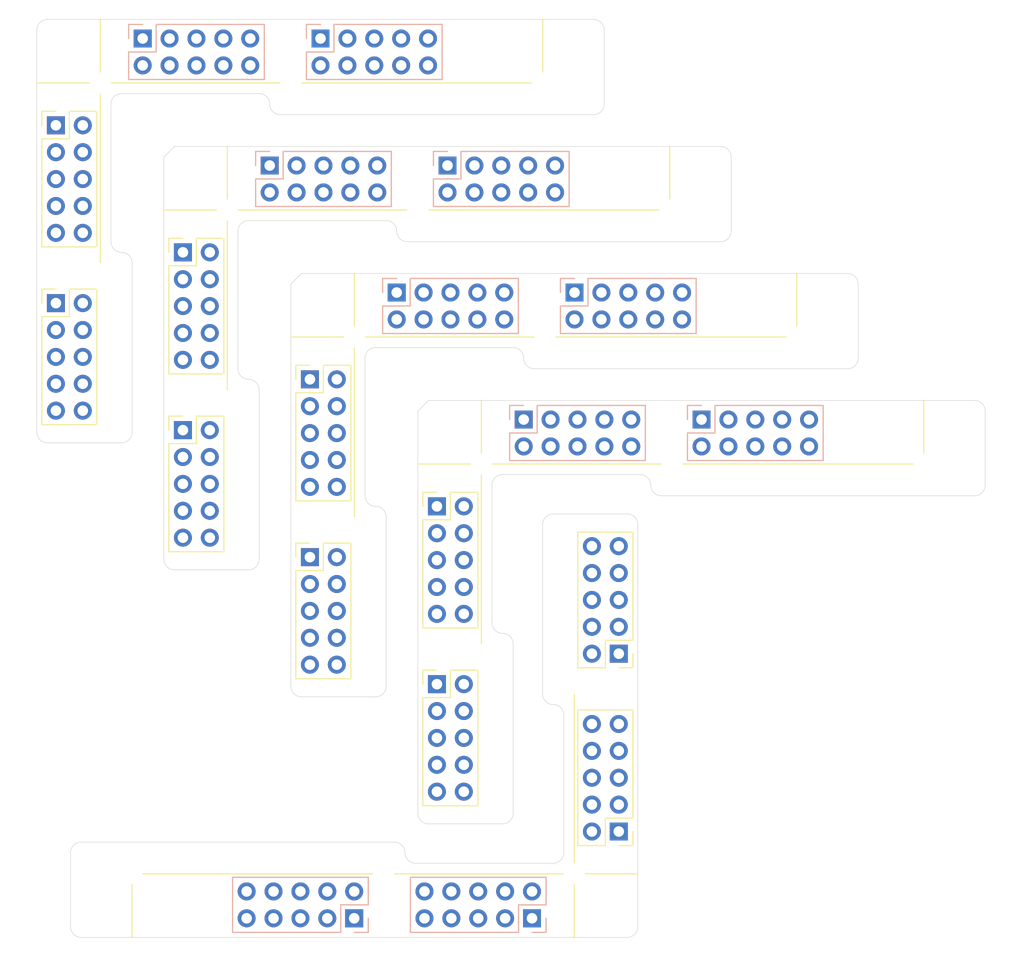
<source format=kicad_pcb>
(kicad_pcb (version 20171130) (host pcbnew 5.1.5-52549c5~84~ubuntu16.04.1)

  (general
    (thickness 1.6)
    (drawings 152)
    (tracks 0)
    (zones 0)
    (modules 40)
    (nets 1)
  )

  (page A4)
  (layers
    (0 F.Cu signal)
    (31 B.Cu signal)
    (32 B.Adhes user)
    (33 F.Adhes user)
    (34 B.Paste user)
    (35 F.Paste user)
    (36 B.SilkS user)
    (37 F.SilkS user)
    (38 B.Mask user)
    (39 F.Mask user)
    (40 Dwgs.User user)
    (41 Cmts.User user)
    (42 Eco1.User user)
    (43 Eco2.User user)
    (44 Edge.Cuts user)
    (45 Margin user)
    (46 B.CrtYd user)
    (47 F.CrtYd user)
    (48 B.Fab user)
    (49 F.Fab user)
  )

  (setup
    (last_trace_width 0.25)
    (trace_clearance 0.2)
    (zone_clearance 0.508)
    (zone_45_only no)
    (trace_min 0.2)
    (via_size 0.8)
    (via_drill 0.4)
    (via_min_size 0.4)
    (via_min_drill 0.3)
    (uvia_size 0.3)
    (uvia_drill 0.1)
    (uvias_allowed no)
    (uvia_min_size 0.2)
    (uvia_min_drill 0.1)
    (edge_width 0.05)
    (segment_width 0.2)
    (pcb_text_width 0.3)
    (pcb_text_size 1.5 1.5)
    (mod_edge_width 0.12)
    (mod_text_size 1 1)
    (mod_text_width 0.15)
    (pad_size 2 2)
    (pad_drill 2)
    (pad_to_mask_clearance 0.051)
    (solder_mask_min_width 0.25)
    (aux_axis_origin 149.5092 95.0386)
    (grid_origin 149.5092 95.0386)
    (visible_elements FFFFFF7F)
    (pcbplotparams
      (layerselection 0x010fc_ffffffff)
      (usegerberextensions false)
      (usegerberattributes false)
      (usegerberadvancedattributes false)
      (creategerberjobfile false)
      (excludeedgelayer true)
      (linewidth 0.100000)
      (plotframeref false)
      (viasonmask false)
      (mode 1)
      (useauxorigin false)
      (hpglpennumber 1)
      (hpglpenspeed 20)
      (hpglpendiameter 15.000000)
      (psnegative false)
      (psa4output false)
      (plotreference true)
      (plotvalue true)
      (plotinvisibletext false)
      (padsonsilk false)
      (subtractmaskfromsilk false)
      (outputformat 1)
      (mirror false)
      (drillshape 0)
      (scaleselection 1)
      (outputdirectory ""))
  )

  (net 0 "")

  (net_class Default "This is the default net class."
    (clearance 0.2)
    (trace_width 0.25)
    (via_dia 0.8)
    (via_drill 0.4)
    (uvia_dia 0.3)
    (uvia_drill 0.1)
  )

  (module MountingHole:MountingHole_2.2mm_M2 (layer F.Cu) (tedit 5E1C0018) (tstamp 5E1AC4F6)
    (at 44.0184 21.0772)
    (descr "Mounting Hole 2.2mm, no annular, M2")
    (tags "mounting hole 2.2mm no annular m2")
    (attr virtual)
    (fp_text reference REF** (at 1.812 0.889) (layer Cmts.User)
      (effects (font (size 1 1) (thickness 0.15)))
    )
    (fp_text value MountingHole_2.2mm_M2 (at 0 3.2) (layer F.Fab)
      (effects (font (size 1 1) (thickness 0.15)))
    )
    (fp_text user %R (at 0.3 0) (layer F.Fab)
      (effects (font (size 1 1) (thickness 0.15)))
    )
    (fp_circle (center 0 0) (end 2.2 0) (layer Cmts.User) (width 0.15))
    (fp_circle (center 0 0) (end 2.45 0) (layer F.CrtYd) (width 0.05))
    (pad "" np_thru_hole circle (at 0 0) (size 2 2) (drill 2) (layers *.Cu *.Mask))
  )

  (module Connector_PinHeader_2.54mm:PinHeader_2x05_P2.54mm_Vertical (layer F.Cu) (tedit 59FED5CC) (tstamp 5E1C492D)
    (at 21.8184 25.0772)
    (descr "Through hole straight pin header, 2x05, 2.54mm pitch, double rows")
    (tags "Through hole pin header THT 2x05 2.54mm double row")
    (fp_text reference REF** (at 4.6508 4.0518 90) (layer Cmts.User)
      (effects (font (size 1 1) (thickness 0.15)))
    )
    (fp_text value PinHeader_2x05_P2.54mm_Vertical (at -2.4866 9.3858 90) (layer F.Fab)
      (effects (font (size 1 1) (thickness 0.15)))
    )
    (fp_line (start 0 -1.27) (end 3.81 -1.27) (layer F.Fab) (width 0.1))
    (fp_line (start 3.81 -1.27) (end 3.81 11.43) (layer F.Fab) (width 0.1))
    (fp_line (start 3.81 11.43) (end -1.27 11.43) (layer F.Fab) (width 0.1))
    (fp_line (start -1.27 11.43) (end -1.27 0) (layer F.Fab) (width 0.1))
    (fp_line (start -1.27 0) (end 0 -1.27) (layer F.Fab) (width 0.1))
    (fp_line (start -1.33 11.49) (end 3.87 11.49) (layer F.SilkS) (width 0.12))
    (fp_line (start -1.33 1.27) (end -1.33 11.49) (layer F.SilkS) (width 0.12))
    (fp_line (start 3.87 -1.33) (end 3.87 11.49) (layer F.SilkS) (width 0.12))
    (fp_line (start -1.33 1.27) (end 1.27 1.27) (layer F.SilkS) (width 0.12))
    (fp_line (start 1.27 1.27) (end 1.27 -1.33) (layer F.SilkS) (width 0.12))
    (fp_line (start 1.27 -1.33) (end 3.87 -1.33) (layer F.SilkS) (width 0.12))
    (fp_line (start -1.33 0) (end -1.33 -1.33) (layer F.SilkS) (width 0.12))
    (fp_line (start -1.33 -1.33) (end 0 -1.33) (layer F.SilkS) (width 0.12))
    (fp_line (start -1.8 -1.8) (end -1.8 11.95) (layer F.CrtYd) (width 0.05))
    (fp_line (start -1.8 11.95) (end 4.35 11.95) (layer F.CrtYd) (width 0.05))
    (fp_line (start 4.35 11.95) (end 4.35 -1.8) (layer F.CrtYd) (width 0.05))
    (fp_line (start 4.35 -1.8) (end -1.8 -1.8) (layer F.CrtYd) (width 0.05))
    (fp_text user %R (at 1.27 3.81 90) (layer F.Fab)
      (effects (font (size 1 1) (thickness 0.15)))
    )
    (pad 1 thru_hole rect (at 0 0) (size 1.7 1.7) (drill 1) (layers *.Cu *.Mask))
    (pad 2 thru_hole oval (at 2.54 0) (size 1.7 1.7) (drill 1) (layers *.Cu *.Mask))
    (pad 3 thru_hole oval (at 0 2.54) (size 1.7 1.7) (drill 1) (layers *.Cu *.Mask))
    (pad 4 thru_hole oval (at 2.54 2.54) (size 1.7 1.7) (drill 1) (layers *.Cu *.Mask))
    (pad 5 thru_hole oval (at 0 5.08) (size 1.7 1.7) (drill 1) (layers *.Cu *.Mask))
    (pad 6 thru_hole oval (at 2.54 5.08) (size 1.7 1.7) (drill 1) (layers *.Cu *.Mask))
    (pad 7 thru_hole oval (at 0 7.62) (size 1.7 1.7) (drill 1) (layers *.Cu *.Mask))
    (pad 8 thru_hole oval (at 2.54 7.62) (size 1.7 1.7) (drill 1) (layers *.Cu *.Mask))
    (pad 9 thru_hole oval (at 0 10.16) (size 1.7 1.7) (drill 1) (layers *.Cu *.Mask))
    (pad 10 thru_hole oval (at 2.54 10.16) (size 1.7 1.7) (drill 1) (layers *.Cu *.Mask))
    (model ${KISYS3DMOD}/Connector_PinHeader_2.54mm.3dshapes/PinHeader_2x05_P2.54mm_Vertical.wrl
      (at (xyz 0 0 0))
      (scale (xyz 1 1 1))
      (rotate (xyz 0 0 0))
    )
  )

  (module Connector_PinHeader_2.54mm:PinHeader_2x05_P2.54mm_Vertical (layer B.Cu) (tedit 59FED5CC) (tstamp 5E1C457A)
    (at 30.0184 16.8772 270)
    (descr "Through hole straight pin header, 2x05, 2.54mm pitch, double rows")
    (tags "Through hole pin header THT 2x05 2.54mm double row")
    (fp_text reference REF** (at -2.7914 -3.8486) (layer Cmts.User)
      (effects (font (size 1 1) (thickness 0.15)) (justify mirror))
    )
    (fp_text value PinHeader_2x05_P2.54mm_Vertical (at -2.4358 -1.334) (layer B.Fab)
      (effects (font (size 1 1) (thickness 0.15)) (justify mirror))
    )
    (fp_line (start 0 1.27) (end 3.81 1.27) (layer B.Fab) (width 0.1))
    (fp_line (start 3.81 1.27) (end 3.81 -11.43) (layer B.Fab) (width 0.1))
    (fp_line (start 3.81 -11.43) (end -1.27 -11.43) (layer B.Fab) (width 0.1))
    (fp_line (start -1.27 -11.43) (end -1.27 0) (layer B.Fab) (width 0.1))
    (fp_line (start -1.27 0) (end 0 1.27) (layer B.Fab) (width 0.1))
    (fp_line (start -1.33 -11.49) (end 3.87 -11.49) (layer B.SilkS) (width 0.12))
    (fp_line (start -1.33 -1.27) (end -1.33 -11.49) (layer B.SilkS) (width 0.12))
    (fp_line (start 3.87 1.33) (end 3.87 -11.49) (layer B.SilkS) (width 0.12))
    (fp_line (start -1.33 -1.27) (end 1.27 -1.27) (layer B.SilkS) (width 0.12))
    (fp_line (start 1.27 -1.27) (end 1.27 1.33) (layer B.SilkS) (width 0.12))
    (fp_line (start 1.27 1.33) (end 3.87 1.33) (layer B.SilkS) (width 0.12))
    (fp_line (start -1.33 0) (end -1.33 1.33) (layer B.SilkS) (width 0.12))
    (fp_line (start -1.33 1.33) (end 0 1.33) (layer B.SilkS) (width 0.12))
    (fp_line (start -1.8 1.8) (end -1.8 -11.95) (layer B.CrtYd) (width 0.05))
    (fp_line (start -1.8 -11.95) (end 4.35 -11.95) (layer B.CrtYd) (width 0.05))
    (fp_line (start 4.35 -11.95) (end 4.35 1.8) (layer B.CrtYd) (width 0.05))
    (fp_line (start 4.35 1.8) (end -1.8 1.8) (layer B.CrtYd) (width 0.05))
    (fp_text user %R (at 1.27 -3.81) (layer B.Fab)
      (effects (font (size 1 1) (thickness 0.15)) (justify mirror))
    )
    (pad 1 thru_hole rect (at 0 0 270) (size 1.7 1.7) (drill 1) (layers *.Cu *.Mask))
    (pad 2 thru_hole oval (at 2.54 0 270) (size 1.7 1.7) (drill 1) (layers *.Cu *.Mask))
    (pad 3 thru_hole oval (at 0 -2.54 270) (size 1.7 1.7) (drill 1) (layers *.Cu *.Mask))
    (pad 4 thru_hole oval (at 2.54 -2.54 270) (size 1.7 1.7) (drill 1) (layers *.Cu *.Mask))
    (pad 5 thru_hole oval (at 0 -5.08 270) (size 1.7 1.7) (drill 1) (layers *.Cu *.Mask))
    (pad 6 thru_hole oval (at 2.54 -5.08 270) (size 1.7 1.7) (drill 1) (layers *.Cu *.Mask))
    (pad 7 thru_hole oval (at 0 -7.62 270) (size 1.7 1.7) (drill 1) (layers *.Cu *.Mask))
    (pad 8 thru_hole oval (at 2.54 -7.62 270) (size 1.7 1.7) (drill 1) (layers *.Cu *.Mask))
    (pad 9 thru_hole oval (at 0 -10.16 270) (size 1.7 1.7) (drill 1) (layers *.Cu *.Mask))
    (pad 10 thru_hole oval (at 2.54 -10.16 270) (size 1.7 1.7) (drill 1) (layers *.Cu *.Mask))
    (model ${KISYS3DMOD}/Connector_PinHeader_2.54mm.3dshapes/PinHeader_2x05_P2.54mm_Vertical.wrl
      (at (xyz 0 0 0))
      (scale (xyz 1 1 1))
      (rotate (xyz 0 0 0))
    )
  )

  (module MountingHole:MountingHole_2.2mm_M2 (layer F.Cu) (tedit 5E1C0011) (tstamp 5E1AC25D)
    (at 26.0184 21.0772)
    (descr "Mounting Hole 2.2mm, no annular, M2")
    (tags "mounting hole 2.2mm no annular m2")
    (attr virtual)
    (fp_text reference REF** (at -3.1496 -2.1336 90) (layer Cmts.User)
      (effects (font (size 1 1) (thickness 0.15)))
    )
    (fp_text value MountingHole_2.2mm_M2 (at 0 3.2) (layer F.Fab)
      (effects (font (size 1 1) (thickness 0.15)))
    )
    (fp_text user %R (at 0.3 0) (layer F.Fab)
      (effects (font (size 1 1) (thickness 0.15)))
    )
    (fp_circle (center 0 0) (end 2.2 0) (layer Cmts.User) (width 0.15))
    (fp_circle (center 0 0) (end 2.45 0) (layer F.CrtYd) (width 0.05))
    (pad "" np_thru_hole circle (at 0 0) (size 2 2) (drill 2) (layers *.Cu *.Mask))
  )

  (module Connector_PinHeader_2.54mm:PinHeader_2x05_P2.54mm_Vertical (layer B.Cu) (tedit 59FED5CC) (tstamp 5E1AABEE)
    (at 46.8184 16.8772 270)
    (descr "Through hole straight pin header, 2x05, 2.54mm pitch, double rows")
    (tags "Through hole pin header THT 2x05 2.54mm double row")
    (fp_text reference REF** (at -2.5882 -2.6188) (layer Cmts.User)
      (effects (font (size 1 1) (thickness 0.15)) (justify mirror))
    )
    (fp_text value PinHeader_2x05_P2.54mm_Vertical (at -2.7152 -11.7374 180) (layer B.Fab)
      (effects (font (size 1 1) (thickness 0.15)) (justify mirror))
    )
    (fp_text user %R (at 1.27 -3.81) (layer B.Fab)
      (effects (font (size 1 1) (thickness 0.15)) (justify mirror))
    )
    (fp_line (start 4.35 1.8) (end -1.8 1.8) (layer B.CrtYd) (width 0.05))
    (fp_line (start 4.35 -11.95) (end 4.35 1.8) (layer B.CrtYd) (width 0.05))
    (fp_line (start -1.8 -11.95) (end 4.35 -11.95) (layer B.CrtYd) (width 0.05))
    (fp_line (start -1.8 1.8) (end -1.8 -11.95) (layer B.CrtYd) (width 0.05))
    (fp_line (start -1.33 1.33) (end 0 1.33) (layer B.SilkS) (width 0.12))
    (fp_line (start -1.33 0) (end -1.33 1.33) (layer B.SilkS) (width 0.12))
    (fp_line (start 1.27 1.33) (end 3.87 1.33) (layer B.SilkS) (width 0.12))
    (fp_line (start 1.27 -1.27) (end 1.27 1.33) (layer B.SilkS) (width 0.12))
    (fp_line (start -1.33 -1.27) (end 1.27 -1.27) (layer B.SilkS) (width 0.12))
    (fp_line (start 3.87 1.33) (end 3.87 -11.49) (layer B.SilkS) (width 0.12))
    (fp_line (start -1.33 -1.27) (end -1.33 -11.49) (layer B.SilkS) (width 0.12))
    (fp_line (start -1.33 -11.49) (end 3.87 -11.49) (layer B.SilkS) (width 0.12))
    (fp_line (start -1.27 0) (end 0 1.27) (layer B.Fab) (width 0.1))
    (fp_line (start -1.27 -11.43) (end -1.27 0) (layer B.Fab) (width 0.1))
    (fp_line (start 3.81 -11.43) (end -1.27 -11.43) (layer B.Fab) (width 0.1))
    (fp_line (start 3.81 1.27) (end 3.81 -11.43) (layer B.Fab) (width 0.1))
    (fp_line (start 0 1.27) (end 3.81 1.27) (layer B.Fab) (width 0.1))
    (pad 10 thru_hole oval (at 2.54 -10.16 270) (size 1.7 1.7) (drill 1) (layers *.Cu *.Mask))
    (pad 9 thru_hole oval (at 0 -10.16 270) (size 1.7 1.7) (drill 1) (layers *.Cu *.Mask))
    (pad 8 thru_hole oval (at 2.54 -7.62 270) (size 1.7 1.7) (drill 1) (layers *.Cu *.Mask))
    (pad 7 thru_hole oval (at 0 -7.62 270) (size 1.7 1.7) (drill 1) (layers *.Cu *.Mask))
    (pad 6 thru_hole oval (at 2.54 -5.08 270) (size 1.7 1.7) (drill 1) (layers *.Cu *.Mask))
    (pad 5 thru_hole oval (at 0 -5.08 270) (size 1.7 1.7) (drill 1) (layers *.Cu *.Mask))
    (pad 4 thru_hole oval (at 2.54 -2.54 270) (size 1.7 1.7) (drill 1) (layers *.Cu *.Mask))
    (pad 3 thru_hole oval (at 0 -2.54 270) (size 1.7 1.7) (drill 1) (layers *.Cu *.Mask))
    (pad 2 thru_hole oval (at 2.54 0 270) (size 1.7 1.7) (drill 1) (layers *.Cu *.Mask))
    (pad 1 thru_hole rect (at 0 0 270) (size 1.7 1.7) (drill 1) (layers *.Cu *.Mask))
    (model ${KISYS3DMOD}/Connector_PinHeader_2.54mm.3dshapes/PinHeader_2x05_P2.54mm_Vertical.wrl
      (at (xyz 0 0 0))
      (scale (xyz 1 1 1))
      (rotate (xyz 0 0 0))
    )
  )

  (module Connector_PinHeader_2.54mm:PinHeader_2x05_P2.54mm_Vertical (layer F.Cu) (tedit 59FED5CC) (tstamp 5E1AC125)
    (at 21.8184 41.8772)
    (descr "Through hole straight pin header, 2x05, 2.54mm pitch, double rows")
    (tags "Through hole pin header THT 2x05 2.54mm double row")
    (fp_text reference REF** (at 5.8192 4.9556 90) (layer Cmts.User)
      (effects (font (size 1 1) (thickness 0.15)))
    )
    (fp_text value PinHeader_2x05_P2.54mm_Vertical (at -2.9438 8.1306 90) (layer F.Fab)
      (effects (font (size 1 1) (thickness 0.15)))
    )
    (fp_text user %R (at 1.27 3.81 90) (layer F.Fab)
      (effects (font (size 1 1) (thickness 0.15)))
    )
    (fp_line (start 4.35 -1.8) (end -1.8 -1.8) (layer F.CrtYd) (width 0.05))
    (fp_line (start 4.35 11.95) (end 4.35 -1.8) (layer F.CrtYd) (width 0.05))
    (fp_line (start -1.8 11.95) (end 4.35 11.95) (layer F.CrtYd) (width 0.05))
    (fp_line (start -1.8 -1.8) (end -1.8 11.95) (layer F.CrtYd) (width 0.05))
    (fp_line (start -1.33 -1.33) (end 0 -1.33) (layer F.SilkS) (width 0.12))
    (fp_line (start -1.33 0) (end -1.33 -1.33) (layer F.SilkS) (width 0.12))
    (fp_line (start 1.27 -1.33) (end 3.87 -1.33) (layer F.SilkS) (width 0.12))
    (fp_line (start 1.27 1.27) (end 1.27 -1.33) (layer F.SilkS) (width 0.12))
    (fp_line (start -1.33 1.27) (end 1.27 1.27) (layer F.SilkS) (width 0.12))
    (fp_line (start 3.87 -1.33) (end 3.87 11.49) (layer F.SilkS) (width 0.12))
    (fp_line (start -1.33 1.27) (end -1.33 11.49) (layer F.SilkS) (width 0.12))
    (fp_line (start -1.33 11.49) (end 3.87 11.49) (layer F.SilkS) (width 0.12))
    (fp_line (start -1.27 0) (end 0 -1.27) (layer F.Fab) (width 0.1))
    (fp_line (start -1.27 11.43) (end -1.27 0) (layer F.Fab) (width 0.1))
    (fp_line (start 3.81 11.43) (end -1.27 11.43) (layer F.Fab) (width 0.1))
    (fp_line (start 3.81 -1.27) (end 3.81 11.43) (layer F.Fab) (width 0.1))
    (fp_line (start 0 -1.27) (end 3.81 -1.27) (layer F.Fab) (width 0.1))
    (pad 10 thru_hole oval (at 2.54 10.16) (size 1.7 1.7) (drill 1) (layers *.Cu *.Mask))
    (pad 9 thru_hole oval (at 0 10.16) (size 1.7 1.7) (drill 1) (layers *.Cu *.Mask))
    (pad 8 thru_hole oval (at 2.54 7.62) (size 1.7 1.7) (drill 1) (layers *.Cu *.Mask))
    (pad 7 thru_hole oval (at 0 7.62) (size 1.7 1.7) (drill 1) (layers *.Cu *.Mask))
    (pad 6 thru_hole oval (at 2.54 5.08) (size 1.7 1.7) (drill 1) (layers *.Cu *.Mask))
    (pad 5 thru_hole oval (at 0 5.08) (size 1.7 1.7) (drill 1) (layers *.Cu *.Mask))
    (pad 4 thru_hole oval (at 2.54 2.54) (size 1.7 1.7) (drill 1) (layers *.Cu *.Mask))
    (pad 3 thru_hole oval (at 0 2.54) (size 1.7 1.7) (drill 1) (layers *.Cu *.Mask))
    (pad 2 thru_hole oval (at 2.54 0) (size 1.7 1.7) (drill 1) (layers *.Cu *.Mask))
    (pad 1 thru_hole rect (at 0 0) (size 1.7 1.7) (drill 1) (layers *.Cu *.Mask))
    (model ${KISYS3DMOD}/Connector_PinHeader_2.54mm.3dshapes/PinHeader_2x05_P2.54mm_Vertical.wrl
      (at (xyz 0 0 0))
      (scale (xyz 1 1 1))
      (rotate (xyz 0 0 0))
    )
  )

  (module MountingHole:MountingHole_2.2mm_M2 (layer F.Cu) (tedit 5E1C0023) (tstamp 5E1AADE8)
    (at 67.8184 21.0772)
    (descr "Mounting Hole 2.2mm, no annular, M2")
    (tags "mounting hole 2.2mm no annular m2")
    (attr virtual)
    (fp_text reference REF** (at -2.6332 1.1684) (layer Cmts.User)
      (effects (font (size 1 1) (thickness 0.15)))
    )
    (fp_text value MountingHole_2.2mm_M2 (at 0 3.2) (layer F.Fab)
      (effects (font (size 1 1) (thickness 0.15)))
    )
    (fp_circle (center 0 0) (end 2.45 0) (layer F.CrtYd) (width 0.05))
    (fp_circle (center 0 0) (end 2.2 0) (layer Cmts.User) (width 0.15))
    (fp_text user %R (at 0.3 0) (layer F.Fab)
      (effects (font (size 1 1) (thickness 0.15)))
    )
    (pad "" np_thru_hole circle (at 0 0) (size 2 2) (drill 2) (layers *.Cu *.Mask))
  )

  (module MountingHole:MountingHole_2.2mm_M2 (layer F.Cu) (tedit 5E1BFFFA) (tstamp 5E1AC2CD)
    (at 26.0184 39.0772)
    (descr "Mounting Hole 2.2mm, no annular, M2")
    (tags "mounting hole 2.2mm no annular m2")
    (attr virtual)
    (fp_text reference REF** (at 3.7592 -0.22 90) (layer Cmts.User)
      (effects (font (size 1 1) (thickness 0.15)))
    )
    (fp_text value MountingHole_2.2mm_M2 (at 2.3876 6.1808 90) (layer F.Fab)
      (effects (font (size 1 1) (thickness 0.15)))
    )
    (fp_circle (center 0 0) (end 2.45 0) (layer F.CrtYd) (width 0.05))
    (fp_circle (center 0 0) (end 2.2 0) (layer Cmts.User) (width 0.15))
    (fp_text user %R (at 0.3 0) (layer F.Fab)
      (effects (font (size 1 1) (thickness 0.15)))
    )
    (pad "" np_thru_hole circle (at 0 0) (size 2 2) (drill 2) (layers *.Cu *.Mask))
  )

  (module MountingHole:MountingHole_2.2mm_M2 (layer F.Cu) (tedit 5E1C0018) (tstamp 5E1AC4F6)
    (at 56.0184 33.0772)
    (descr "Mounting Hole 2.2mm, no annular, M2")
    (tags "mounting hole 2.2mm no annular m2")
    (attr virtual)
    (fp_text reference REF** (at 1.812 0.889) (layer Cmts.User)
      (effects (font (size 1 1) (thickness 0.15)))
    )
    (fp_text value MountingHole_2.2mm_M2 (at 0 3.2) (layer F.Fab)
      (effects (font (size 1 1) (thickness 0.15)))
    )
    (fp_text user %R (at 0.3 0) (layer F.Fab)
      (effects (font (size 1 1) (thickness 0.15)))
    )
    (fp_circle (center 0 0) (end 2.2 0) (layer Cmts.User) (width 0.15))
    (fp_circle (center 0 0) (end 2.45 0) (layer F.CrtYd) (width 0.05))
    (pad "" np_thru_hole circle (at 0 0) (size 2 2) (drill 2) (layers *.Cu *.Mask))
  )

  (module Connector_PinHeader_2.54mm:PinHeader_2x05_P2.54mm_Vertical (layer F.Cu) (tedit 59FED5CC) (tstamp 5E1C492D)
    (at 33.8184 37.0772)
    (descr "Through hole straight pin header, 2x05, 2.54mm pitch, double rows")
    (tags "Through hole pin header THT 2x05 2.54mm double row")
    (fp_text reference REF** (at 4.6508 4.0518 90) (layer Cmts.User)
      (effects (font (size 1 1) (thickness 0.15)))
    )
    (fp_text value PinHeader_2x05_P2.54mm_Vertical (at -2.4866 9.3858 90) (layer F.Fab)
      (effects (font (size 1 1) (thickness 0.15)))
    )
    (fp_line (start 0 -1.27) (end 3.81 -1.27) (layer F.Fab) (width 0.1))
    (fp_line (start 3.81 -1.27) (end 3.81 11.43) (layer F.Fab) (width 0.1))
    (fp_line (start 3.81 11.43) (end -1.27 11.43) (layer F.Fab) (width 0.1))
    (fp_line (start -1.27 11.43) (end -1.27 0) (layer F.Fab) (width 0.1))
    (fp_line (start -1.27 0) (end 0 -1.27) (layer F.Fab) (width 0.1))
    (fp_line (start -1.33 11.49) (end 3.87 11.49) (layer F.SilkS) (width 0.12))
    (fp_line (start -1.33 1.27) (end -1.33 11.49) (layer F.SilkS) (width 0.12))
    (fp_line (start 3.87 -1.33) (end 3.87 11.49) (layer F.SilkS) (width 0.12))
    (fp_line (start -1.33 1.27) (end 1.27 1.27) (layer F.SilkS) (width 0.12))
    (fp_line (start 1.27 1.27) (end 1.27 -1.33) (layer F.SilkS) (width 0.12))
    (fp_line (start 1.27 -1.33) (end 3.87 -1.33) (layer F.SilkS) (width 0.12))
    (fp_line (start -1.33 0) (end -1.33 -1.33) (layer F.SilkS) (width 0.12))
    (fp_line (start -1.33 -1.33) (end 0 -1.33) (layer F.SilkS) (width 0.12))
    (fp_line (start -1.8 -1.8) (end -1.8 11.95) (layer F.CrtYd) (width 0.05))
    (fp_line (start -1.8 11.95) (end 4.35 11.95) (layer F.CrtYd) (width 0.05))
    (fp_line (start 4.35 11.95) (end 4.35 -1.8) (layer F.CrtYd) (width 0.05))
    (fp_line (start 4.35 -1.8) (end -1.8 -1.8) (layer F.CrtYd) (width 0.05))
    (fp_text user %R (at 1.27 3.81 90) (layer F.Fab)
      (effects (font (size 1 1) (thickness 0.15)))
    )
    (pad 1 thru_hole rect (at 0 0) (size 1.7 1.7) (drill 1) (layers *.Cu *.Mask))
    (pad 2 thru_hole oval (at 2.54 0) (size 1.7 1.7) (drill 1) (layers *.Cu *.Mask))
    (pad 3 thru_hole oval (at 0 2.54) (size 1.7 1.7) (drill 1) (layers *.Cu *.Mask))
    (pad 4 thru_hole oval (at 2.54 2.54) (size 1.7 1.7) (drill 1) (layers *.Cu *.Mask))
    (pad 5 thru_hole oval (at 0 5.08) (size 1.7 1.7) (drill 1) (layers *.Cu *.Mask))
    (pad 6 thru_hole oval (at 2.54 5.08) (size 1.7 1.7) (drill 1) (layers *.Cu *.Mask))
    (pad 7 thru_hole oval (at 0 7.62) (size 1.7 1.7) (drill 1) (layers *.Cu *.Mask))
    (pad 8 thru_hole oval (at 2.54 7.62) (size 1.7 1.7) (drill 1) (layers *.Cu *.Mask))
    (pad 9 thru_hole oval (at 0 10.16) (size 1.7 1.7) (drill 1) (layers *.Cu *.Mask))
    (pad 10 thru_hole oval (at 2.54 10.16) (size 1.7 1.7) (drill 1) (layers *.Cu *.Mask))
    (model ${KISYS3DMOD}/Connector_PinHeader_2.54mm.3dshapes/PinHeader_2x05_P2.54mm_Vertical.wrl
      (at (xyz 0 0 0))
      (scale (xyz 1 1 1))
      (rotate (xyz 0 0 0))
    )
  )

  (module Connector_PinHeader_2.54mm:PinHeader_2x05_P2.54mm_Vertical (layer B.Cu) (tedit 59FED5CC) (tstamp 5E1C457A)
    (at 42.0184 28.8772 270)
    (descr "Through hole straight pin header, 2x05, 2.54mm pitch, double rows")
    (tags "Through hole pin header THT 2x05 2.54mm double row")
    (fp_text reference REF** (at -2.7914 -3.8486) (layer Cmts.User)
      (effects (font (size 1 1) (thickness 0.15)) (justify mirror))
    )
    (fp_text value PinHeader_2x05_P2.54mm_Vertical (at -2.4358 -1.334) (layer B.Fab)
      (effects (font (size 1 1) (thickness 0.15)) (justify mirror))
    )
    (fp_line (start 0 1.27) (end 3.81 1.27) (layer B.Fab) (width 0.1))
    (fp_line (start 3.81 1.27) (end 3.81 -11.43) (layer B.Fab) (width 0.1))
    (fp_line (start 3.81 -11.43) (end -1.27 -11.43) (layer B.Fab) (width 0.1))
    (fp_line (start -1.27 -11.43) (end -1.27 0) (layer B.Fab) (width 0.1))
    (fp_line (start -1.27 0) (end 0 1.27) (layer B.Fab) (width 0.1))
    (fp_line (start -1.33 -11.49) (end 3.87 -11.49) (layer B.SilkS) (width 0.12))
    (fp_line (start -1.33 -1.27) (end -1.33 -11.49) (layer B.SilkS) (width 0.12))
    (fp_line (start 3.87 1.33) (end 3.87 -11.49) (layer B.SilkS) (width 0.12))
    (fp_line (start -1.33 -1.27) (end 1.27 -1.27) (layer B.SilkS) (width 0.12))
    (fp_line (start 1.27 -1.27) (end 1.27 1.33) (layer B.SilkS) (width 0.12))
    (fp_line (start 1.27 1.33) (end 3.87 1.33) (layer B.SilkS) (width 0.12))
    (fp_line (start -1.33 0) (end -1.33 1.33) (layer B.SilkS) (width 0.12))
    (fp_line (start -1.33 1.33) (end 0 1.33) (layer B.SilkS) (width 0.12))
    (fp_line (start -1.8 1.8) (end -1.8 -11.95) (layer B.CrtYd) (width 0.05))
    (fp_line (start -1.8 -11.95) (end 4.35 -11.95) (layer B.CrtYd) (width 0.05))
    (fp_line (start 4.35 -11.95) (end 4.35 1.8) (layer B.CrtYd) (width 0.05))
    (fp_line (start 4.35 1.8) (end -1.8 1.8) (layer B.CrtYd) (width 0.05))
    (fp_text user %R (at 1.27 -3.81) (layer B.Fab)
      (effects (font (size 1 1) (thickness 0.15)) (justify mirror))
    )
    (pad 1 thru_hole rect (at 0 0 270) (size 1.7 1.7) (drill 1) (layers *.Cu *.Mask))
    (pad 2 thru_hole oval (at 2.54 0 270) (size 1.7 1.7) (drill 1) (layers *.Cu *.Mask))
    (pad 3 thru_hole oval (at 0 -2.54 270) (size 1.7 1.7) (drill 1) (layers *.Cu *.Mask))
    (pad 4 thru_hole oval (at 2.54 -2.54 270) (size 1.7 1.7) (drill 1) (layers *.Cu *.Mask))
    (pad 5 thru_hole oval (at 0 -5.08 270) (size 1.7 1.7) (drill 1) (layers *.Cu *.Mask))
    (pad 6 thru_hole oval (at 2.54 -5.08 270) (size 1.7 1.7) (drill 1) (layers *.Cu *.Mask))
    (pad 7 thru_hole oval (at 0 -7.62 270) (size 1.7 1.7) (drill 1) (layers *.Cu *.Mask))
    (pad 8 thru_hole oval (at 2.54 -7.62 270) (size 1.7 1.7) (drill 1) (layers *.Cu *.Mask))
    (pad 9 thru_hole oval (at 0 -10.16 270) (size 1.7 1.7) (drill 1) (layers *.Cu *.Mask))
    (pad 10 thru_hole oval (at 2.54 -10.16 270) (size 1.7 1.7) (drill 1) (layers *.Cu *.Mask))
    (model ${KISYS3DMOD}/Connector_PinHeader_2.54mm.3dshapes/PinHeader_2x05_P2.54mm_Vertical.wrl
      (at (xyz 0 0 0))
      (scale (xyz 1 1 1))
      (rotate (xyz 0 0 0))
    )
  )

  (module MountingHole:MountingHole_2.2mm_M2 (layer F.Cu) (tedit 5E1C0011) (tstamp 5E1AC25D)
    (at 38.0184 33.0772)
    (descr "Mounting Hole 2.2mm, no annular, M2")
    (tags "mounting hole 2.2mm no annular m2")
    (attr virtual)
    (fp_text reference REF** (at -3.1496 -2.1336 90) (layer Cmts.User)
      (effects (font (size 1 1) (thickness 0.15)))
    )
    (fp_text value MountingHole_2.2mm_M2 (at 0 3.2) (layer F.Fab)
      (effects (font (size 1 1) (thickness 0.15)))
    )
    (fp_text user %R (at 0.3 0) (layer F.Fab)
      (effects (font (size 1 1) (thickness 0.15)))
    )
    (fp_circle (center 0 0) (end 2.2 0) (layer Cmts.User) (width 0.15))
    (fp_circle (center 0 0) (end 2.45 0) (layer F.CrtYd) (width 0.05))
    (pad "" np_thru_hole circle (at 0 0) (size 2 2) (drill 2) (layers *.Cu *.Mask))
  )

  (module Connector_PinHeader_2.54mm:PinHeader_2x05_P2.54mm_Vertical (layer B.Cu) (tedit 59FED5CC) (tstamp 5E1AABEE)
    (at 58.8184 28.8772 270)
    (descr "Through hole straight pin header, 2x05, 2.54mm pitch, double rows")
    (tags "Through hole pin header THT 2x05 2.54mm double row")
    (fp_text reference REF** (at -2.5882 -2.6188) (layer Cmts.User)
      (effects (font (size 1 1) (thickness 0.15)) (justify mirror))
    )
    (fp_text value PinHeader_2x05_P2.54mm_Vertical (at -2.7152 -11.7374 180) (layer B.Fab)
      (effects (font (size 1 1) (thickness 0.15)) (justify mirror))
    )
    (fp_text user %R (at 1.27 -3.81) (layer B.Fab)
      (effects (font (size 1 1) (thickness 0.15)) (justify mirror))
    )
    (fp_line (start 4.35 1.8) (end -1.8 1.8) (layer B.CrtYd) (width 0.05))
    (fp_line (start 4.35 -11.95) (end 4.35 1.8) (layer B.CrtYd) (width 0.05))
    (fp_line (start -1.8 -11.95) (end 4.35 -11.95) (layer B.CrtYd) (width 0.05))
    (fp_line (start -1.8 1.8) (end -1.8 -11.95) (layer B.CrtYd) (width 0.05))
    (fp_line (start -1.33 1.33) (end 0 1.33) (layer B.SilkS) (width 0.12))
    (fp_line (start -1.33 0) (end -1.33 1.33) (layer B.SilkS) (width 0.12))
    (fp_line (start 1.27 1.33) (end 3.87 1.33) (layer B.SilkS) (width 0.12))
    (fp_line (start 1.27 -1.27) (end 1.27 1.33) (layer B.SilkS) (width 0.12))
    (fp_line (start -1.33 -1.27) (end 1.27 -1.27) (layer B.SilkS) (width 0.12))
    (fp_line (start 3.87 1.33) (end 3.87 -11.49) (layer B.SilkS) (width 0.12))
    (fp_line (start -1.33 -1.27) (end -1.33 -11.49) (layer B.SilkS) (width 0.12))
    (fp_line (start -1.33 -11.49) (end 3.87 -11.49) (layer B.SilkS) (width 0.12))
    (fp_line (start -1.27 0) (end 0 1.27) (layer B.Fab) (width 0.1))
    (fp_line (start -1.27 -11.43) (end -1.27 0) (layer B.Fab) (width 0.1))
    (fp_line (start 3.81 -11.43) (end -1.27 -11.43) (layer B.Fab) (width 0.1))
    (fp_line (start 3.81 1.27) (end 3.81 -11.43) (layer B.Fab) (width 0.1))
    (fp_line (start 0 1.27) (end 3.81 1.27) (layer B.Fab) (width 0.1))
    (pad 10 thru_hole oval (at 2.54 -10.16 270) (size 1.7 1.7) (drill 1) (layers *.Cu *.Mask))
    (pad 9 thru_hole oval (at 0 -10.16 270) (size 1.7 1.7) (drill 1) (layers *.Cu *.Mask))
    (pad 8 thru_hole oval (at 2.54 -7.62 270) (size 1.7 1.7) (drill 1) (layers *.Cu *.Mask))
    (pad 7 thru_hole oval (at 0 -7.62 270) (size 1.7 1.7) (drill 1) (layers *.Cu *.Mask))
    (pad 6 thru_hole oval (at 2.54 -5.08 270) (size 1.7 1.7) (drill 1) (layers *.Cu *.Mask))
    (pad 5 thru_hole oval (at 0 -5.08 270) (size 1.7 1.7) (drill 1) (layers *.Cu *.Mask))
    (pad 4 thru_hole oval (at 2.54 -2.54 270) (size 1.7 1.7) (drill 1) (layers *.Cu *.Mask))
    (pad 3 thru_hole oval (at 0 -2.54 270) (size 1.7 1.7) (drill 1) (layers *.Cu *.Mask))
    (pad 2 thru_hole oval (at 2.54 0 270) (size 1.7 1.7) (drill 1) (layers *.Cu *.Mask))
    (pad 1 thru_hole rect (at 0 0 270) (size 1.7 1.7) (drill 1) (layers *.Cu *.Mask))
    (model ${KISYS3DMOD}/Connector_PinHeader_2.54mm.3dshapes/PinHeader_2x05_P2.54mm_Vertical.wrl
      (at (xyz 0 0 0))
      (scale (xyz 1 1 1))
      (rotate (xyz 0 0 0))
    )
  )

  (module Connector_PinHeader_2.54mm:PinHeader_2x05_P2.54mm_Vertical (layer F.Cu) (tedit 59FED5CC) (tstamp 5E1AC125)
    (at 33.8184 53.8772)
    (descr "Through hole straight pin header, 2x05, 2.54mm pitch, double rows")
    (tags "Through hole pin header THT 2x05 2.54mm double row")
    (fp_text reference REF** (at 5.8192 4.9556 90) (layer Cmts.User)
      (effects (font (size 1 1) (thickness 0.15)))
    )
    (fp_text value PinHeader_2x05_P2.54mm_Vertical (at -2.9438 8.1306 90) (layer F.Fab)
      (effects (font (size 1 1) (thickness 0.15)))
    )
    (fp_text user %R (at 1.27 3.81 90) (layer F.Fab)
      (effects (font (size 1 1) (thickness 0.15)))
    )
    (fp_line (start 4.35 -1.8) (end -1.8 -1.8) (layer F.CrtYd) (width 0.05))
    (fp_line (start 4.35 11.95) (end 4.35 -1.8) (layer F.CrtYd) (width 0.05))
    (fp_line (start -1.8 11.95) (end 4.35 11.95) (layer F.CrtYd) (width 0.05))
    (fp_line (start -1.8 -1.8) (end -1.8 11.95) (layer F.CrtYd) (width 0.05))
    (fp_line (start -1.33 -1.33) (end 0 -1.33) (layer F.SilkS) (width 0.12))
    (fp_line (start -1.33 0) (end -1.33 -1.33) (layer F.SilkS) (width 0.12))
    (fp_line (start 1.27 -1.33) (end 3.87 -1.33) (layer F.SilkS) (width 0.12))
    (fp_line (start 1.27 1.27) (end 1.27 -1.33) (layer F.SilkS) (width 0.12))
    (fp_line (start -1.33 1.27) (end 1.27 1.27) (layer F.SilkS) (width 0.12))
    (fp_line (start 3.87 -1.33) (end 3.87 11.49) (layer F.SilkS) (width 0.12))
    (fp_line (start -1.33 1.27) (end -1.33 11.49) (layer F.SilkS) (width 0.12))
    (fp_line (start -1.33 11.49) (end 3.87 11.49) (layer F.SilkS) (width 0.12))
    (fp_line (start -1.27 0) (end 0 -1.27) (layer F.Fab) (width 0.1))
    (fp_line (start -1.27 11.43) (end -1.27 0) (layer F.Fab) (width 0.1))
    (fp_line (start 3.81 11.43) (end -1.27 11.43) (layer F.Fab) (width 0.1))
    (fp_line (start 3.81 -1.27) (end 3.81 11.43) (layer F.Fab) (width 0.1))
    (fp_line (start 0 -1.27) (end 3.81 -1.27) (layer F.Fab) (width 0.1))
    (pad 10 thru_hole oval (at 2.54 10.16) (size 1.7 1.7) (drill 1) (layers *.Cu *.Mask))
    (pad 9 thru_hole oval (at 0 10.16) (size 1.7 1.7) (drill 1) (layers *.Cu *.Mask))
    (pad 8 thru_hole oval (at 2.54 7.62) (size 1.7 1.7) (drill 1) (layers *.Cu *.Mask))
    (pad 7 thru_hole oval (at 0 7.62) (size 1.7 1.7) (drill 1) (layers *.Cu *.Mask))
    (pad 6 thru_hole oval (at 2.54 5.08) (size 1.7 1.7) (drill 1) (layers *.Cu *.Mask))
    (pad 5 thru_hole oval (at 0 5.08) (size 1.7 1.7) (drill 1) (layers *.Cu *.Mask))
    (pad 4 thru_hole oval (at 2.54 2.54) (size 1.7 1.7) (drill 1) (layers *.Cu *.Mask))
    (pad 3 thru_hole oval (at 0 2.54) (size 1.7 1.7) (drill 1) (layers *.Cu *.Mask))
    (pad 2 thru_hole oval (at 2.54 0) (size 1.7 1.7) (drill 1) (layers *.Cu *.Mask))
    (pad 1 thru_hole rect (at 0 0) (size 1.7 1.7) (drill 1) (layers *.Cu *.Mask))
    (model ${KISYS3DMOD}/Connector_PinHeader_2.54mm.3dshapes/PinHeader_2x05_P2.54mm_Vertical.wrl
      (at (xyz 0 0 0))
      (scale (xyz 1 1 1))
      (rotate (xyz 0 0 0))
    )
  )

  (module MountingHole:MountingHole_2.2mm_M2 (layer F.Cu) (tedit 5E1C0023) (tstamp 5E1AADE8)
    (at 79.8184 33.0772)
    (descr "Mounting Hole 2.2mm, no annular, M2")
    (tags "mounting hole 2.2mm no annular m2")
    (attr virtual)
    (fp_text reference REF** (at -2.6332 1.1684) (layer Cmts.User)
      (effects (font (size 1 1) (thickness 0.15)))
    )
    (fp_text value MountingHole_2.2mm_M2 (at 0 3.2) (layer F.Fab)
      (effects (font (size 1 1) (thickness 0.15)))
    )
    (fp_circle (center 0 0) (end 2.45 0) (layer F.CrtYd) (width 0.05))
    (fp_circle (center 0 0) (end 2.2 0) (layer Cmts.User) (width 0.15))
    (fp_text user %R (at 0.3 0) (layer F.Fab)
      (effects (font (size 1 1) (thickness 0.15)))
    )
    (pad "" np_thru_hole circle (at 0 0) (size 2 2) (drill 2) (layers *.Cu *.Mask))
  )

  (module MountingHole:MountingHole_2.2mm_M2 (layer F.Cu) (tedit 5E1BFFFA) (tstamp 5E1AC2CD)
    (at 38.0184 51.0772)
    (descr "Mounting Hole 2.2mm, no annular, M2")
    (tags "mounting hole 2.2mm no annular m2")
    (attr virtual)
    (fp_text reference REF** (at 3.7592 -0.22 90) (layer Cmts.User)
      (effects (font (size 1 1) (thickness 0.15)))
    )
    (fp_text value MountingHole_2.2mm_M2 (at 2.3876 6.1808 90) (layer F.Fab)
      (effects (font (size 1 1) (thickness 0.15)))
    )
    (fp_circle (center 0 0) (end 2.45 0) (layer F.CrtYd) (width 0.05))
    (fp_circle (center 0 0) (end 2.2 0) (layer Cmts.User) (width 0.15))
    (fp_text user %R (at 0.3 0) (layer F.Fab)
      (effects (font (size 1 1) (thickness 0.15)))
    )
    (pad "" np_thru_hole circle (at 0 0) (size 2 2) (drill 2) (layers *.Cu *.Mask))
  )

  (module MountingHole:MountingHole_2.2mm_M2 (layer F.Cu) (tedit 5E1C0018) (tstamp 5E1AC4F6)
    (at 68.0184 45.0772)
    (descr "Mounting Hole 2.2mm, no annular, M2")
    (tags "mounting hole 2.2mm no annular m2")
    (attr virtual)
    (fp_text reference REF** (at 1.812 0.889) (layer Cmts.User)
      (effects (font (size 1 1) (thickness 0.15)))
    )
    (fp_text value MountingHole_2.2mm_M2 (at 0 3.2) (layer F.Fab)
      (effects (font (size 1 1) (thickness 0.15)))
    )
    (fp_text user %R (at 0.3 0) (layer F.Fab)
      (effects (font (size 1 1) (thickness 0.15)))
    )
    (fp_circle (center 0 0) (end 2.2 0) (layer Cmts.User) (width 0.15))
    (fp_circle (center 0 0) (end 2.45 0) (layer F.CrtYd) (width 0.05))
    (pad "" np_thru_hole circle (at 0 0) (size 2 2) (drill 2) (layers *.Cu *.Mask))
  )

  (module Connector_PinHeader_2.54mm:PinHeader_2x05_P2.54mm_Vertical (layer F.Cu) (tedit 59FED5CC) (tstamp 5E1C492D)
    (at 45.8184 49.0772)
    (descr "Through hole straight pin header, 2x05, 2.54mm pitch, double rows")
    (tags "Through hole pin header THT 2x05 2.54mm double row")
    (fp_text reference REF** (at 4.6508 4.0518 90) (layer Cmts.User)
      (effects (font (size 1 1) (thickness 0.15)))
    )
    (fp_text value PinHeader_2x05_P2.54mm_Vertical (at -2.4866 9.3858 90) (layer F.Fab)
      (effects (font (size 1 1) (thickness 0.15)))
    )
    (fp_line (start 0 -1.27) (end 3.81 -1.27) (layer F.Fab) (width 0.1))
    (fp_line (start 3.81 -1.27) (end 3.81 11.43) (layer F.Fab) (width 0.1))
    (fp_line (start 3.81 11.43) (end -1.27 11.43) (layer F.Fab) (width 0.1))
    (fp_line (start -1.27 11.43) (end -1.27 0) (layer F.Fab) (width 0.1))
    (fp_line (start -1.27 0) (end 0 -1.27) (layer F.Fab) (width 0.1))
    (fp_line (start -1.33 11.49) (end 3.87 11.49) (layer F.SilkS) (width 0.12))
    (fp_line (start -1.33 1.27) (end -1.33 11.49) (layer F.SilkS) (width 0.12))
    (fp_line (start 3.87 -1.33) (end 3.87 11.49) (layer F.SilkS) (width 0.12))
    (fp_line (start -1.33 1.27) (end 1.27 1.27) (layer F.SilkS) (width 0.12))
    (fp_line (start 1.27 1.27) (end 1.27 -1.33) (layer F.SilkS) (width 0.12))
    (fp_line (start 1.27 -1.33) (end 3.87 -1.33) (layer F.SilkS) (width 0.12))
    (fp_line (start -1.33 0) (end -1.33 -1.33) (layer F.SilkS) (width 0.12))
    (fp_line (start -1.33 -1.33) (end 0 -1.33) (layer F.SilkS) (width 0.12))
    (fp_line (start -1.8 -1.8) (end -1.8 11.95) (layer F.CrtYd) (width 0.05))
    (fp_line (start -1.8 11.95) (end 4.35 11.95) (layer F.CrtYd) (width 0.05))
    (fp_line (start 4.35 11.95) (end 4.35 -1.8) (layer F.CrtYd) (width 0.05))
    (fp_line (start 4.35 -1.8) (end -1.8 -1.8) (layer F.CrtYd) (width 0.05))
    (fp_text user %R (at 1.27 3.81 90) (layer F.Fab)
      (effects (font (size 1 1) (thickness 0.15)))
    )
    (pad 1 thru_hole rect (at 0 0) (size 1.7 1.7) (drill 1) (layers *.Cu *.Mask))
    (pad 2 thru_hole oval (at 2.54 0) (size 1.7 1.7) (drill 1) (layers *.Cu *.Mask))
    (pad 3 thru_hole oval (at 0 2.54) (size 1.7 1.7) (drill 1) (layers *.Cu *.Mask))
    (pad 4 thru_hole oval (at 2.54 2.54) (size 1.7 1.7) (drill 1) (layers *.Cu *.Mask))
    (pad 5 thru_hole oval (at 0 5.08) (size 1.7 1.7) (drill 1) (layers *.Cu *.Mask))
    (pad 6 thru_hole oval (at 2.54 5.08) (size 1.7 1.7) (drill 1) (layers *.Cu *.Mask))
    (pad 7 thru_hole oval (at 0 7.62) (size 1.7 1.7) (drill 1) (layers *.Cu *.Mask))
    (pad 8 thru_hole oval (at 2.54 7.62) (size 1.7 1.7) (drill 1) (layers *.Cu *.Mask))
    (pad 9 thru_hole oval (at 0 10.16) (size 1.7 1.7) (drill 1) (layers *.Cu *.Mask))
    (pad 10 thru_hole oval (at 2.54 10.16) (size 1.7 1.7) (drill 1) (layers *.Cu *.Mask))
    (model ${KISYS3DMOD}/Connector_PinHeader_2.54mm.3dshapes/PinHeader_2x05_P2.54mm_Vertical.wrl
      (at (xyz 0 0 0))
      (scale (xyz 1 1 1))
      (rotate (xyz 0 0 0))
    )
  )

  (module Connector_PinHeader_2.54mm:PinHeader_2x05_P2.54mm_Vertical (layer B.Cu) (tedit 59FED5CC) (tstamp 5E1C457A)
    (at 54.0184 40.8772 270)
    (descr "Through hole straight pin header, 2x05, 2.54mm pitch, double rows")
    (tags "Through hole pin header THT 2x05 2.54mm double row")
    (fp_text reference REF** (at -2.7914 -3.8486) (layer Cmts.User)
      (effects (font (size 1 1) (thickness 0.15)) (justify mirror))
    )
    (fp_text value PinHeader_2x05_P2.54mm_Vertical (at -2.4358 -1.334) (layer B.Fab)
      (effects (font (size 1 1) (thickness 0.15)) (justify mirror))
    )
    (fp_line (start 0 1.27) (end 3.81 1.27) (layer B.Fab) (width 0.1))
    (fp_line (start 3.81 1.27) (end 3.81 -11.43) (layer B.Fab) (width 0.1))
    (fp_line (start 3.81 -11.43) (end -1.27 -11.43) (layer B.Fab) (width 0.1))
    (fp_line (start -1.27 -11.43) (end -1.27 0) (layer B.Fab) (width 0.1))
    (fp_line (start -1.27 0) (end 0 1.27) (layer B.Fab) (width 0.1))
    (fp_line (start -1.33 -11.49) (end 3.87 -11.49) (layer B.SilkS) (width 0.12))
    (fp_line (start -1.33 -1.27) (end -1.33 -11.49) (layer B.SilkS) (width 0.12))
    (fp_line (start 3.87 1.33) (end 3.87 -11.49) (layer B.SilkS) (width 0.12))
    (fp_line (start -1.33 -1.27) (end 1.27 -1.27) (layer B.SilkS) (width 0.12))
    (fp_line (start 1.27 -1.27) (end 1.27 1.33) (layer B.SilkS) (width 0.12))
    (fp_line (start 1.27 1.33) (end 3.87 1.33) (layer B.SilkS) (width 0.12))
    (fp_line (start -1.33 0) (end -1.33 1.33) (layer B.SilkS) (width 0.12))
    (fp_line (start -1.33 1.33) (end 0 1.33) (layer B.SilkS) (width 0.12))
    (fp_line (start -1.8 1.8) (end -1.8 -11.95) (layer B.CrtYd) (width 0.05))
    (fp_line (start -1.8 -11.95) (end 4.35 -11.95) (layer B.CrtYd) (width 0.05))
    (fp_line (start 4.35 -11.95) (end 4.35 1.8) (layer B.CrtYd) (width 0.05))
    (fp_line (start 4.35 1.8) (end -1.8 1.8) (layer B.CrtYd) (width 0.05))
    (fp_text user %R (at 1.27 -3.81) (layer B.Fab)
      (effects (font (size 1 1) (thickness 0.15)) (justify mirror))
    )
    (pad 1 thru_hole rect (at 0 0 270) (size 1.7 1.7) (drill 1) (layers *.Cu *.Mask))
    (pad 2 thru_hole oval (at 2.54 0 270) (size 1.7 1.7) (drill 1) (layers *.Cu *.Mask))
    (pad 3 thru_hole oval (at 0 -2.54 270) (size 1.7 1.7) (drill 1) (layers *.Cu *.Mask))
    (pad 4 thru_hole oval (at 2.54 -2.54 270) (size 1.7 1.7) (drill 1) (layers *.Cu *.Mask))
    (pad 5 thru_hole oval (at 0 -5.08 270) (size 1.7 1.7) (drill 1) (layers *.Cu *.Mask))
    (pad 6 thru_hole oval (at 2.54 -5.08 270) (size 1.7 1.7) (drill 1) (layers *.Cu *.Mask))
    (pad 7 thru_hole oval (at 0 -7.62 270) (size 1.7 1.7) (drill 1) (layers *.Cu *.Mask))
    (pad 8 thru_hole oval (at 2.54 -7.62 270) (size 1.7 1.7) (drill 1) (layers *.Cu *.Mask))
    (pad 9 thru_hole oval (at 0 -10.16 270) (size 1.7 1.7) (drill 1) (layers *.Cu *.Mask))
    (pad 10 thru_hole oval (at 2.54 -10.16 270) (size 1.7 1.7) (drill 1) (layers *.Cu *.Mask))
    (model ${KISYS3DMOD}/Connector_PinHeader_2.54mm.3dshapes/PinHeader_2x05_P2.54mm_Vertical.wrl
      (at (xyz 0 0 0))
      (scale (xyz 1 1 1))
      (rotate (xyz 0 0 0))
    )
  )

  (module MountingHole:MountingHole_2.2mm_M2 (layer F.Cu) (tedit 5E1C0011) (tstamp 5E1AC25D)
    (at 50.0184 45.0772)
    (descr "Mounting Hole 2.2mm, no annular, M2")
    (tags "mounting hole 2.2mm no annular m2")
    (attr virtual)
    (fp_text reference REF** (at -3.1496 -2.1336 90) (layer Cmts.User)
      (effects (font (size 1 1) (thickness 0.15)))
    )
    (fp_text value MountingHole_2.2mm_M2 (at 0 3.2) (layer F.Fab)
      (effects (font (size 1 1) (thickness 0.15)))
    )
    (fp_text user %R (at 0.3 0) (layer F.Fab)
      (effects (font (size 1 1) (thickness 0.15)))
    )
    (fp_circle (center 0 0) (end 2.2 0) (layer Cmts.User) (width 0.15))
    (fp_circle (center 0 0) (end 2.45 0) (layer F.CrtYd) (width 0.05))
    (pad "" np_thru_hole circle (at 0 0) (size 2 2) (drill 2) (layers *.Cu *.Mask))
  )

  (module Connector_PinHeader_2.54mm:PinHeader_2x05_P2.54mm_Vertical (layer B.Cu) (tedit 59FED5CC) (tstamp 5E1AABEE)
    (at 70.8184 40.8772 270)
    (descr "Through hole straight pin header, 2x05, 2.54mm pitch, double rows")
    (tags "Through hole pin header THT 2x05 2.54mm double row")
    (fp_text reference REF** (at -2.5882 -2.6188) (layer Cmts.User)
      (effects (font (size 1 1) (thickness 0.15)) (justify mirror))
    )
    (fp_text value PinHeader_2x05_P2.54mm_Vertical (at -2.7152 -11.7374 180) (layer B.Fab)
      (effects (font (size 1 1) (thickness 0.15)) (justify mirror))
    )
    (fp_text user %R (at 1.27 -3.81) (layer B.Fab)
      (effects (font (size 1 1) (thickness 0.15)) (justify mirror))
    )
    (fp_line (start 4.35 1.8) (end -1.8 1.8) (layer B.CrtYd) (width 0.05))
    (fp_line (start 4.35 -11.95) (end 4.35 1.8) (layer B.CrtYd) (width 0.05))
    (fp_line (start -1.8 -11.95) (end 4.35 -11.95) (layer B.CrtYd) (width 0.05))
    (fp_line (start -1.8 1.8) (end -1.8 -11.95) (layer B.CrtYd) (width 0.05))
    (fp_line (start -1.33 1.33) (end 0 1.33) (layer B.SilkS) (width 0.12))
    (fp_line (start -1.33 0) (end -1.33 1.33) (layer B.SilkS) (width 0.12))
    (fp_line (start 1.27 1.33) (end 3.87 1.33) (layer B.SilkS) (width 0.12))
    (fp_line (start 1.27 -1.27) (end 1.27 1.33) (layer B.SilkS) (width 0.12))
    (fp_line (start -1.33 -1.27) (end 1.27 -1.27) (layer B.SilkS) (width 0.12))
    (fp_line (start 3.87 1.33) (end 3.87 -11.49) (layer B.SilkS) (width 0.12))
    (fp_line (start -1.33 -1.27) (end -1.33 -11.49) (layer B.SilkS) (width 0.12))
    (fp_line (start -1.33 -11.49) (end 3.87 -11.49) (layer B.SilkS) (width 0.12))
    (fp_line (start -1.27 0) (end 0 1.27) (layer B.Fab) (width 0.1))
    (fp_line (start -1.27 -11.43) (end -1.27 0) (layer B.Fab) (width 0.1))
    (fp_line (start 3.81 -11.43) (end -1.27 -11.43) (layer B.Fab) (width 0.1))
    (fp_line (start 3.81 1.27) (end 3.81 -11.43) (layer B.Fab) (width 0.1))
    (fp_line (start 0 1.27) (end 3.81 1.27) (layer B.Fab) (width 0.1))
    (pad 10 thru_hole oval (at 2.54 -10.16 270) (size 1.7 1.7) (drill 1) (layers *.Cu *.Mask))
    (pad 9 thru_hole oval (at 0 -10.16 270) (size 1.7 1.7) (drill 1) (layers *.Cu *.Mask))
    (pad 8 thru_hole oval (at 2.54 -7.62 270) (size 1.7 1.7) (drill 1) (layers *.Cu *.Mask))
    (pad 7 thru_hole oval (at 0 -7.62 270) (size 1.7 1.7) (drill 1) (layers *.Cu *.Mask))
    (pad 6 thru_hole oval (at 2.54 -5.08 270) (size 1.7 1.7) (drill 1) (layers *.Cu *.Mask))
    (pad 5 thru_hole oval (at 0 -5.08 270) (size 1.7 1.7) (drill 1) (layers *.Cu *.Mask))
    (pad 4 thru_hole oval (at 2.54 -2.54 270) (size 1.7 1.7) (drill 1) (layers *.Cu *.Mask))
    (pad 3 thru_hole oval (at 0 -2.54 270) (size 1.7 1.7) (drill 1) (layers *.Cu *.Mask))
    (pad 2 thru_hole oval (at 2.54 0 270) (size 1.7 1.7) (drill 1) (layers *.Cu *.Mask))
    (pad 1 thru_hole rect (at 0 0 270) (size 1.7 1.7) (drill 1) (layers *.Cu *.Mask))
    (model ${KISYS3DMOD}/Connector_PinHeader_2.54mm.3dshapes/PinHeader_2x05_P2.54mm_Vertical.wrl
      (at (xyz 0 0 0))
      (scale (xyz 1 1 1))
      (rotate (xyz 0 0 0))
    )
  )

  (module Connector_PinHeader_2.54mm:PinHeader_2x05_P2.54mm_Vertical (layer F.Cu) (tedit 59FED5CC) (tstamp 5E1AC125)
    (at 45.8184 65.8772)
    (descr "Through hole straight pin header, 2x05, 2.54mm pitch, double rows")
    (tags "Through hole pin header THT 2x05 2.54mm double row")
    (fp_text reference REF** (at 5.8192 4.9556 90) (layer Cmts.User)
      (effects (font (size 1 1) (thickness 0.15)))
    )
    (fp_text value PinHeader_2x05_P2.54mm_Vertical (at -2.9438 8.1306 90) (layer F.Fab)
      (effects (font (size 1 1) (thickness 0.15)))
    )
    (fp_text user %R (at 1.27 3.81 90) (layer F.Fab)
      (effects (font (size 1 1) (thickness 0.15)))
    )
    (fp_line (start 4.35 -1.8) (end -1.8 -1.8) (layer F.CrtYd) (width 0.05))
    (fp_line (start 4.35 11.95) (end 4.35 -1.8) (layer F.CrtYd) (width 0.05))
    (fp_line (start -1.8 11.95) (end 4.35 11.95) (layer F.CrtYd) (width 0.05))
    (fp_line (start -1.8 -1.8) (end -1.8 11.95) (layer F.CrtYd) (width 0.05))
    (fp_line (start -1.33 -1.33) (end 0 -1.33) (layer F.SilkS) (width 0.12))
    (fp_line (start -1.33 0) (end -1.33 -1.33) (layer F.SilkS) (width 0.12))
    (fp_line (start 1.27 -1.33) (end 3.87 -1.33) (layer F.SilkS) (width 0.12))
    (fp_line (start 1.27 1.27) (end 1.27 -1.33) (layer F.SilkS) (width 0.12))
    (fp_line (start -1.33 1.27) (end 1.27 1.27) (layer F.SilkS) (width 0.12))
    (fp_line (start 3.87 -1.33) (end 3.87 11.49) (layer F.SilkS) (width 0.12))
    (fp_line (start -1.33 1.27) (end -1.33 11.49) (layer F.SilkS) (width 0.12))
    (fp_line (start -1.33 11.49) (end 3.87 11.49) (layer F.SilkS) (width 0.12))
    (fp_line (start -1.27 0) (end 0 -1.27) (layer F.Fab) (width 0.1))
    (fp_line (start -1.27 11.43) (end -1.27 0) (layer F.Fab) (width 0.1))
    (fp_line (start 3.81 11.43) (end -1.27 11.43) (layer F.Fab) (width 0.1))
    (fp_line (start 3.81 -1.27) (end 3.81 11.43) (layer F.Fab) (width 0.1))
    (fp_line (start 0 -1.27) (end 3.81 -1.27) (layer F.Fab) (width 0.1))
    (pad 10 thru_hole oval (at 2.54 10.16) (size 1.7 1.7) (drill 1) (layers *.Cu *.Mask))
    (pad 9 thru_hole oval (at 0 10.16) (size 1.7 1.7) (drill 1) (layers *.Cu *.Mask))
    (pad 8 thru_hole oval (at 2.54 7.62) (size 1.7 1.7) (drill 1) (layers *.Cu *.Mask))
    (pad 7 thru_hole oval (at 0 7.62) (size 1.7 1.7) (drill 1) (layers *.Cu *.Mask))
    (pad 6 thru_hole oval (at 2.54 5.08) (size 1.7 1.7) (drill 1) (layers *.Cu *.Mask))
    (pad 5 thru_hole oval (at 0 5.08) (size 1.7 1.7) (drill 1) (layers *.Cu *.Mask))
    (pad 4 thru_hole oval (at 2.54 2.54) (size 1.7 1.7) (drill 1) (layers *.Cu *.Mask))
    (pad 3 thru_hole oval (at 0 2.54) (size 1.7 1.7) (drill 1) (layers *.Cu *.Mask))
    (pad 2 thru_hole oval (at 2.54 0) (size 1.7 1.7) (drill 1) (layers *.Cu *.Mask))
    (pad 1 thru_hole rect (at 0 0) (size 1.7 1.7) (drill 1) (layers *.Cu *.Mask))
    (model ${KISYS3DMOD}/Connector_PinHeader_2.54mm.3dshapes/PinHeader_2x05_P2.54mm_Vertical.wrl
      (at (xyz 0 0 0))
      (scale (xyz 1 1 1))
      (rotate (xyz 0 0 0))
    )
  )

  (module MountingHole:MountingHole_2.2mm_M2 (layer F.Cu) (tedit 5E1C0023) (tstamp 5E1AADE8)
    (at 91.8184 45.0772)
    (descr "Mounting Hole 2.2mm, no annular, M2")
    (tags "mounting hole 2.2mm no annular m2")
    (attr virtual)
    (fp_text reference REF** (at -2.6332 1.1684) (layer Cmts.User)
      (effects (font (size 1 1) (thickness 0.15)))
    )
    (fp_text value MountingHole_2.2mm_M2 (at 0 3.2) (layer F.Fab)
      (effects (font (size 1 1) (thickness 0.15)))
    )
    (fp_circle (center 0 0) (end 2.45 0) (layer F.CrtYd) (width 0.05))
    (fp_circle (center 0 0) (end 2.2 0) (layer Cmts.User) (width 0.15))
    (fp_text user %R (at 0.3 0) (layer F.Fab)
      (effects (font (size 1 1) (thickness 0.15)))
    )
    (pad "" np_thru_hole circle (at 0 0) (size 2 2) (drill 2) (layers *.Cu *.Mask))
  )

  (module MountingHole:MountingHole_2.2mm_M2 (layer F.Cu) (tedit 5E1BFFFA) (tstamp 5E1AC2CD)
    (at 50.0184 63.0772)
    (descr "Mounting Hole 2.2mm, no annular, M2")
    (tags "mounting hole 2.2mm no annular m2")
    (attr virtual)
    (fp_text reference REF** (at 3.7592 -0.22 90) (layer Cmts.User)
      (effects (font (size 1 1) (thickness 0.15)))
    )
    (fp_text value MountingHole_2.2mm_M2 (at 2.3876 6.1808 90) (layer F.Fab)
      (effects (font (size 1 1) (thickness 0.15)))
    )
    (fp_circle (center 0 0) (end 2.45 0) (layer F.CrtYd) (width 0.05))
    (fp_circle (center 0 0) (end 2.2 0) (layer Cmts.User) (width 0.15))
    (fp_text user %R (at 0.3 0) (layer F.Fab)
      (effects (font (size 1 1) (thickness 0.15)))
    )
    (pad "" np_thru_hole circle (at 0 0) (size 2 2) (drill 2) (layers *.Cu *.Mask))
  )

  (module MountingHole:MountingHole_2.2mm_M2 (layer F.Cu) (tedit 5E1C0018) (tstamp 5E1AC4F6)
    (at 80.0184 57.0772)
    (descr "Mounting Hole 2.2mm, no annular, M2")
    (tags "mounting hole 2.2mm no annular m2")
    (attr virtual)
    (fp_text reference REF** (at 1.812 0.889) (layer Cmts.User)
      (effects (font (size 1 1) (thickness 0.15)))
    )
    (fp_text value MountingHole_2.2mm_M2 (at 0 3.2) (layer F.Fab)
      (effects (font (size 1 1) (thickness 0.15)))
    )
    (fp_text user %R (at 0.3 0) (layer F.Fab)
      (effects (font (size 1 1) (thickness 0.15)))
    )
    (fp_circle (center 0 0) (end 2.2 0) (layer Cmts.User) (width 0.15))
    (fp_circle (center 0 0) (end 2.45 0) (layer F.CrtYd) (width 0.05))
    (pad "" np_thru_hole circle (at 0 0) (size 2 2) (drill 2) (layers *.Cu *.Mask))
  )

  (module Connector_PinHeader_2.54mm:PinHeader_2x05_P2.54mm_Vertical (layer F.Cu) (tedit 59FED5CC) (tstamp 5E1C492D)
    (at 57.8184 61.0772)
    (descr "Through hole straight pin header, 2x05, 2.54mm pitch, double rows")
    (tags "Through hole pin header THT 2x05 2.54mm double row")
    (fp_text reference REF** (at 4.6508 4.0518 90) (layer Cmts.User)
      (effects (font (size 1 1) (thickness 0.15)))
    )
    (fp_text value PinHeader_2x05_P2.54mm_Vertical (at -2.4866 9.3858 90) (layer F.Fab)
      (effects (font (size 1 1) (thickness 0.15)))
    )
    (fp_line (start 0 -1.27) (end 3.81 -1.27) (layer F.Fab) (width 0.1))
    (fp_line (start 3.81 -1.27) (end 3.81 11.43) (layer F.Fab) (width 0.1))
    (fp_line (start 3.81 11.43) (end -1.27 11.43) (layer F.Fab) (width 0.1))
    (fp_line (start -1.27 11.43) (end -1.27 0) (layer F.Fab) (width 0.1))
    (fp_line (start -1.27 0) (end 0 -1.27) (layer F.Fab) (width 0.1))
    (fp_line (start -1.33 11.49) (end 3.87 11.49) (layer F.SilkS) (width 0.12))
    (fp_line (start -1.33 1.27) (end -1.33 11.49) (layer F.SilkS) (width 0.12))
    (fp_line (start 3.87 -1.33) (end 3.87 11.49) (layer F.SilkS) (width 0.12))
    (fp_line (start -1.33 1.27) (end 1.27 1.27) (layer F.SilkS) (width 0.12))
    (fp_line (start 1.27 1.27) (end 1.27 -1.33) (layer F.SilkS) (width 0.12))
    (fp_line (start 1.27 -1.33) (end 3.87 -1.33) (layer F.SilkS) (width 0.12))
    (fp_line (start -1.33 0) (end -1.33 -1.33) (layer F.SilkS) (width 0.12))
    (fp_line (start -1.33 -1.33) (end 0 -1.33) (layer F.SilkS) (width 0.12))
    (fp_line (start -1.8 -1.8) (end -1.8 11.95) (layer F.CrtYd) (width 0.05))
    (fp_line (start -1.8 11.95) (end 4.35 11.95) (layer F.CrtYd) (width 0.05))
    (fp_line (start 4.35 11.95) (end 4.35 -1.8) (layer F.CrtYd) (width 0.05))
    (fp_line (start 4.35 -1.8) (end -1.8 -1.8) (layer F.CrtYd) (width 0.05))
    (fp_text user %R (at 1.27 3.81 90) (layer F.Fab)
      (effects (font (size 1 1) (thickness 0.15)))
    )
    (pad 1 thru_hole rect (at 0 0) (size 1.7 1.7) (drill 1) (layers *.Cu *.Mask))
    (pad 2 thru_hole oval (at 2.54 0) (size 1.7 1.7) (drill 1) (layers *.Cu *.Mask))
    (pad 3 thru_hole oval (at 0 2.54) (size 1.7 1.7) (drill 1) (layers *.Cu *.Mask))
    (pad 4 thru_hole oval (at 2.54 2.54) (size 1.7 1.7) (drill 1) (layers *.Cu *.Mask))
    (pad 5 thru_hole oval (at 0 5.08) (size 1.7 1.7) (drill 1) (layers *.Cu *.Mask))
    (pad 6 thru_hole oval (at 2.54 5.08) (size 1.7 1.7) (drill 1) (layers *.Cu *.Mask))
    (pad 7 thru_hole oval (at 0 7.62) (size 1.7 1.7) (drill 1) (layers *.Cu *.Mask))
    (pad 8 thru_hole oval (at 2.54 7.62) (size 1.7 1.7) (drill 1) (layers *.Cu *.Mask))
    (pad 9 thru_hole oval (at 0 10.16) (size 1.7 1.7) (drill 1) (layers *.Cu *.Mask))
    (pad 10 thru_hole oval (at 2.54 10.16) (size 1.7 1.7) (drill 1) (layers *.Cu *.Mask))
    (model ${KISYS3DMOD}/Connector_PinHeader_2.54mm.3dshapes/PinHeader_2x05_P2.54mm_Vertical.wrl
      (at (xyz 0 0 0))
      (scale (xyz 1 1 1))
      (rotate (xyz 0 0 0))
    )
  )

  (module Connector_PinHeader_2.54mm:PinHeader_2x05_P2.54mm_Vertical (layer B.Cu) (tedit 59FED5CC) (tstamp 5E1C457A)
    (at 66.0184 52.8772 270)
    (descr "Through hole straight pin header, 2x05, 2.54mm pitch, double rows")
    (tags "Through hole pin header THT 2x05 2.54mm double row")
    (fp_text reference REF** (at -2.7914 -3.8486) (layer Cmts.User)
      (effects (font (size 1 1) (thickness 0.15)) (justify mirror))
    )
    (fp_text value PinHeader_2x05_P2.54mm_Vertical (at -2.4358 -1.334) (layer B.Fab)
      (effects (font (size 1 1) (thickness 0.15)) (justify mirror))
    )
    (fp_line (start 0 1.27) (end 3.81 1.27) (layer B.Fab) (width 0.1))
    (fp_line (start 3.81 1.27) (end 3.81 -11.43) (layer B.Fab) (width 0.1))
    (fp_line (start 3.81 -11.43) (end -1.27 -11.43) (layer B.Fab) (width 0.1))
    (fp_line (start -1.27 -11.43) (end -1.27 0) (layer B.Fab) (width 0.1))
    (fp_line (start -1.27 0) (end 0 1.27) (layer B.Fab) (width 0.1))
    (fp_line (start -1.33 -11.49) (end 3.87 -11.49) (layer B.SilkS) (width 0.12))
    (fp_line (start -1.33 -1.27) (end -1.33 -11.49) (layer B.SilkS) (width 0.12))
    (fp_line (start 3.87 1.33) (end 3.87 -11.49) (layer B.SilkS) (width 0.12))
    (fp_line (start -1.33 -1.27) (end 1.27 -1.27) (layer B.SilkS) (width 0.12))
    (fp_line (start 1.27 -1.27) (end 1.27 1.33) (layer B.SilkS) (width 0.12))
    (fp_line (start 1.27 1.33) (end 3.87 1.33) (layer B.SilkS) (width 0.12))
    (fp_line (start -1.33 0) (end -1.33 1.33) (layer B.SilkS) (width 0.12))
    (fp_line (start -1.33 1.33) (end 0 1.33) (layer B.SilkS) (width 0.12))
    (fp_line (start -1.8 1.8) (end -1.8 -11.95) (layer B.CrtYd) (width 0.05))
    (fp_line (start -1.8 -11.95) (end 4.35 -11.95) (layer B.CrtYd) (width 0.05))
    (fp_line (start 4.35 -11.95) (end 4.35 1.8) (layer B.CrtYd) (width 0.05))
    (fp_line (start 4.35 1.8) (end -1.8 1.8) (layer B.CrtYd) (width 0.05))
    (fp_text user %R (at 1.27 -3.81) (layer B.Fab)
      (effects (font (size 1 1) (thickness 0.15)) (justify mirror))
    )
    (pad 1 thru_hole rect (at 0 0 270) (size 1.7 1.7) (drill 1) (layers *.Cu *.Mask))
    (pad 2 thru_hole oval (at 2.54 0 270) (size 1.7 1.7) (drill 1) (layers *.Cu *.Mask))
    (pad 3 thru_hole oval (at 0 -2.54 270) (size 1.7 1.7) (drill 1) (layers *.Cu *.Mask))
    (pad 4 thru_hole oval (at 2.54 -2.54 270) (size 1.7 1.7) (drill 1) (layers *.Cu *.Mask))
    (pad 5 thru_hole oval (at 0 -5.08 270) (size 1.7 1.7) (drill 1) (layers *.Cu *.Mask))
    (pad 6 thru_hole oval (at 2.54 -5.08 270) (size 1.7 1.7) (drill 1) (layers *.Cu *.Mask))
    (pad 7 thru_hole oval (at 0 -7.62 270) (size 1.7 1.7) (drill 1) (layers *.Cu *.Mask))
    (pad 8 thru_hole oval (at 2.54 -7.62 270) (size 1.7 1.7) (drill 1) (layers *.Cu *.Mask))
    (pad 9 thru_hole oval (at 0 -10.16 270) (size 1.7 1.7) (drill 1) (layers *.Cu *.Mask))
    (pad 10 thru_hole oval (at 2.54 -10.16 270) (size 1.7 1.7) (drill 1) (layers *.Cu *.Mask))
    (model ${KISYS3DMOD}/Connector_PinHeader_2.54mm.3dshapes/PinHeader_2x05_P2.54mm_Vertical.wrl
      (at (xyz 0 0 0))
      (scale (xyz 1 1 1))
      (rotate (xyz 0 0 0))
    )
  )

  (module MountingHole:MountingHole_2.2mm_M2 (layer F.Cu) (tedit 5E1C0011) (tstamp 5E1AC25D)
    (at 62.0184 57.0772)
    (descr "Mounting Hole 2.2mm, no annular, M2")
    (tags "mounting hole 2.2mm no annular m2")
    (attr virtual)
    (fp_text reference REF** (at -3.1496 -2.1336 90) (layer Cmts.User)
      (effects (font (size 1 1) (thickness 0.15)))
    )
    (fp_text value MountingHole_2.2mm_M2 (at 0 3.2) (layer F.Fab)
      (effects (font (size 1 1) (thickness 0.15)))
    )
    (fp_text user %R (at 0.3 0) (layer F.Fab)
      (effects (font (size 1 1) (thickness 0.15)))
    )
    (fp_circle (center 0 0) (end 2.2 0) (layer Cmts.User) (width 0.15))
    (fp_circle (center 0 0) (end 2.45 0) (layer F.CrtYd) (width 0.05))
    (pad "" np_thru_hole circle (at 0 0) (size 2 2) (drill 2) (layers *.Cu *.Mask))
  )

  (module Connector_PinHeader_2.54mm:PinHeader_2x05_P2.54mm_Vertical (layer B.Cu) (tedit 59FED5CC) (tstamp 5E1AABEE)
    (at 82.8184 52.8772 270)
    (descr "Through hole straight pin header, 2x05, 2.54mm pitch, double rows")
    (tags "Through hole pin header THT 2x05 2.54mm double row")
    (fp_text reference REF** (at -2.5882 -2.6188) (layer Cmts.User)
      (effects (font (size 1 1) (thickness 0.15)) (justify mirror))
    )
    (fp_text value PinHeader_2x05_P2.54mm_Vertical (at -2.7152 -11.7374 180) (layer B.Fab)
      (effects (font (size 1 1) (thickness 0.15)) (justify mirror))
    )
    (fp_text user %R (at 1.27 -3.81) (layer B.Fab)
      (effects (font (size 1 1) (thickness 0.15)) (justify mirror))
    )
    (fp_line (start 4.35 1.8) (end -1.8 1.8) (layer B.CrtYd) (width 0.05))
    (fp_line (start 4.35 -11.95) (end 4.35 1.8) (layer B.CrtYd) (width 0.05))
    (fp_line (start -1.8 -11.95) (end 4.35 -11.95) (layer B.CrtYd) (width 0.05))
    (fp_line (start -1.8 1.8) (end -1.8 -11.95) (layer B.CrtYd) (width 0.05))
    (fp_line (start -1.33 1.33) (end 0 1.33) (layer B.SilkS) (width 0.12))
    (fp_line (start -1.33 0) (end -1.33 1.33) (layer B.SilkS) (width 0.12))
    (fp_line (start 1.27 1.33) (end 3.87 1.33) (layer B.SilkS) (width 0.12))
    (fp_line (start 1.27 -1.27) (end 1.27 1.33) (layer B.SilkS) (width 0.12))
    (fp_line (start -1.33 -1.27) (end 1.27 -1.27) (layer B.SilkS) (width 0.12))
    (fp_line (start 3.87 1.33) (end 3.87 -11.49) (layer B.SilkS) (width 0.12))
    (fp_line (start -1.33 -1.27) (end -1.33 -11.49) (layer B.SilkS) (width 0.12))
    (fp_line (start -1.33 -11.49) (end 3.87 -11.49) (layer B.SilkS) (width 0.12))
    (fp_line (start -1.27 0) (end 0 1.27) (layer B.Fab) (width 0.1))
    (fp_line (start -1.27 -11.43) (end -1.27 0) (layer B.Fab) (width 0.1))
    (fp_line (start 3.81 -11.43) (end -1.27 -11.43) (layer B.Fab) (width 0.1))
    (fp_line (start 3.81 1.27) (end 3.81 -11.43) (layer B.Fab) (width 0.1))
    (fp_line (start 0 1.27) (end 3.81 1.27) (layer B.Fab) (width 0.1))
    (pad 10 thru_hole oval (at 2.54 -10.16 270) (size 1.7 1.7) (drill 1) (layers *.Cu *.Mask))
    (pad 9 thru_hole oval (at 0 -10.16 270) (size 1.7 1.7) (drill 1) (layers *.Cu *.Mask))
    (pad 8 thru_hole oval (at 2.54 -7.62 270) (size 1.7 1.7) (drill 1) (layers *.Cu *.Mask))
    (pad 7 thru_hole oval (at 0 -7.62 270) (size 1.7 1.7) (drill 1) (layers *.Cu *.Mask))
    (pad 6 thru_hole oval (at 2.54 -5.08 270) (size 1.7 1.7) (drill 1) (layers *.Cu *.Mask))
    (pad 5 thru_hole oval (at 0 -5.08 270) (size 1.7 1.7) (drill 1) (layers *.Cu *.Mask))
    (pad 4 thru_hole oval (at 2.54 -2.54 270) (size 1.7 1.7) (drill 1) (layers *.Cu *.Mask))
    (pad 3 thru_hole oval (at 0 -2.54 270) (size 1.7 1.7) (drill 1) (layers *.Cu *.Mask))
    (pad 2 thru_hole oval (at 2.54 0 270) (size 1.7 1.7) (drill 1) (layers *.Cu *.Mask))
    (pad 1 thru_hole rect (at 0 0 270) (size 1.7 1.7) (drill 1) (layers *.Cu *.Mask))
    (model ${KISYS3DMOD}/Connector_PinHeader_2.54mm.3dshapes/PinHeader_2x05_P2.54mm_Vertical.wrl
      (at (xyz 0 0 0))
      (scale (xyz 1 1 1))
      (rotate (xyz 0 0 0))
    )
  )

  (module Connector_PinHeader_2.54mm:PinHeader_2x05_P2.54mm_Vertical (layer F.Cu) (tedit 59FED5CC) (tstamp 5E1AC125)
    (at 57.8184 77.8772)
    (descr "Through hole straight pin header, 2x05, 2.54mm pitch, double rows")
    (tags "Through hole pin header THT 2x05 2.54mm double row")
    (fp_text reference REF** (at 5.8192 4.9556 90) (layer Cmts.User)
      (effects (font (size 1 1) (thickness 0.15)))
    )
    (fp_text value PinHeader_2x05_P2.54mm_Vertical (at -2.9438 8.1306 90) (layer F.Fab)
      (effects (font (size 1 1) (thickness 0.15)))
    )
    (fp_text user %R (at 1.27 3.81 90) (layer F.Fab)
      (effects (font (size 1 1) (thickness 0.15)))
    )
    (fp_line (start 4.35 -1.8) (end -1.8 -1.8) (layer F.CrtYd) (width 0.05))
    (fp_line (start 4.35 11.95) (end 4.35 -1.8) (layer F.CrtYd) (width 0.05))
    (fp_line (start -1.8 11.95) (end 4.35 11.95) (layer F.CrtYd) (width 0.05))
    (fp_line (start -1.8 -1.8) (end -1.8 11.95) (layer F.CrtYd) (width 0.05))
    (fp_line (start -1.33 -1.33) (end 0 -1.33) (layer F.SilkS) (width 0.12))
    (fp_line (start -1.33 0) (end -1.33 -1.33) (layer F.SilkS) (width 0.12))
    (fp_line (start 1.27 -1.33) (end 3.87 -1.33) (layer F.SilkS) (width 0.12))
    (fp_line (start 1.27 1.27) (end 1.27 -1.33) (layer F.SilkS) (width 0.12))
    (fp_line (start -1.33 1.27) (end 1.27 1.27) (layer F.SilkS) (width 0.12))
    (fp_line (start 3.87 -1.33) (end 3.87 11.49) (layer F.SilkS) (width 0.12))
    (fp_line (start -1.33 1.27) (end -1.33 11.49) (layer F.SilkS) (width 0.12))
    (fp_line (start -1.33 11.49) (end 3.87 11.49) (layer F.SilkS) (width 0.12))
    (fp_line (start -1.27 0) (end 0 -1.27) (layer F.Fab) (width 0.1))
    (fp_line (start -1.27 11.43) (end -1.27 0) (layer F.Fab) (width 0.1))
    (fp_line (start 3.81 11.43) (end -1.27 11.43) (layer F.Fab) (width 0.1))
    (fp_line (start 3.81 -1.27) (end 3.81 11.43) (layer F.Fab) (width 0.1))
    (fp_line (start 0 -1.27) (end 3.81 -1.27) (layer F.Fab) (width 0.1))
    (pad 10 thru_hole oval (at 2.54 10.16) (size 1.7 1.7) (drill 1) (layers *.Cu *.Mask))
    (pad 9 thru_hole oval (at 0 10.16) (size 1.7 1.7) (drill 1) (layers *.Cu *.Mask))
    (pad 8 thru_hole oval (at 2.54 7.62) (size 1.7 1.7) (drill 1) (layers *.Cu *.Mask))
    (pad 7 thru_hole oval (at 0 7.62) (size 1.7 1.7) (drill 1) (layers *.Cu *.Mask))
    (pad 6 thru_hole oval (at 2.54 5.08) (size 1.7 1.7) (drill 1) (layers *.Cu *.Mask))
    (pad 5 thru_hole oval (at 0 5.08) (size 1.7 1.7) (drill 1) (layers *.Cu *.Mask))
    (pad 4 thru_hole oval (at 2.54 2.54) (size 1.7 1.7) (drill 1) (layers *.Cu *.Mask))
    (pad 3 thru_hole oval (at 0 2.54) (size 1.7 1.7) (drill 1) (layers *.Cu *.Mask))
    (pad 2 thru_hole oval (at 2.54 0) (size 1.7 1.7) (drill 1) (layers *.Cu *.Mask))
    (pad 1 thru_hole rect (at 0 0) (size 1.7 1.7) (drill 1) (layers *.Cu *.Mask))
    (model ${KISYS3DMOD}/Connector_PinHeader_2.54mm.3dshapes/PinHeader_2x05_P2.54mm_Vertical.wrl
      (at (xyz 0 0 0))
      (scale (xyz 1 1 1))
      (rotate (xyz 0 0 0))
    )
  )

  (module MountingHole:MountingHole_2.2mm_M2 (layer F.Cu) (tedit 5E1C0023) (tstamp 5E1AADE8)
    (at 103.8184 57.0772)
    (descr "Mounting Hole 2.2mm, no annular, M2")
    (tags "mounting hole 2.2mm no annular m2")
    (attr virtual)
    (fp_text reference REF** (at -2.6332 1.1684) (layer Cmts.User)
      (effects (font (size 1 1) (thickness 0.15)))
    )
    (fp_text value MountingHole_2.2mm_M2 (at 0 3.2) (layer F.Fab)
      (effects (font (size 1 1) (thickness 0.15)))
    )
    (fp_circle (center 0 0) (end 2.45 0) (layer F.CrtYd) (width 0.05))
    (fp_circle (center 0 0) (end 2.2 0) (layer Cmts.User) (width 0.15))
    (fp_text user %R (at 0.3 0) (layer F.Fab)
      (effects (font (size 1 1) (thickness 0.15)))
    )
    (pad "" np_thru_hole circle (at 0 0) (size 2 2) (drill 2) (layers *.Cu *.Mask))
  )

  (module MountingHole:MountingHole_2.2mm_M2 (layer F.Cu) (tedit 5E1BFFFA) (tstamp 5E1AC2CD)
    (at 62.0184 75.0772)
    (descr "Mounting Hole 2.2mm, no annular, M2")
    (tags "mounting hole 2.2mm no annular m2")
    (attr virtual)
    (fp_text reference REF** (at 3.7592 -0.22 90) (layer Cmts.User)
      (effects (font (size 1 1) (thickness 0.15)))
    )
    (fp_text value MountingHole_2.2mm_M2 (at 2.3876 6.1808 90) (layer F.Fab)
      (effects (font (size 1 1) (thickness 0.15)))
    )
    (fp_circle (center 0 0) (end 2.45 0) (layer F.CrtYd) (width 0.05))
    (fp_circle (center 0 0) (end 2.2 0) (layer Cmts.User) (width 0.15))
    (fp_text user %R (at 0.3 0) (layer F.Fab)
      (effects (font (size 1 1) (thickness 0.15)))
    )
    (pad "" np_thru_hole circle (at 0 0) (size 2 2) (drill 2) (layers *.Cu *.Mask))
  )

  (module MountingHole:MountingHole_2.2mm_M2 (layer F.Cu) (tedit 5E1C0018) (tstamp 5E1AC4F6)
    (at 52.8 95.8 180)
    (descr "Mounting Hole 2.2mm, no annular, M2")
    (tags "mounting hole 2.2mm no annular m2")
    (attr virtual)
    (fp_text reference REF** (at 1.812 0.889) (layer Cmts.User)
      (effects (font (size 1 1) (thickness 0.15)))
    )
    (fp_text value MountingHole_2.2mm_M2 (at 0 3.2) (layer F.Fab)
      (effects (font (size 1 1) (thickness 0.15)))
    )
    (fp_text user %R (at 0.3 0) (layer F.Fab)
      (effects (font (size 1 1) (thickness 0.15)))
    )
    (fp_circle (center 0 0) (end 2.2 0) (layer Cmts.User) (width 0.15))
    (fp_circle (center 0 0) (end 2.45 0) (layer F.CrtYd) (width 0.05))
    (pad "" np_thru_hole circle (at 0 0 180) (size 2 2) (drill 2) (layers *.Cu *.Mask))
  )

  (module Connector_PinHeader_2.54mm:PinHeader_2x05_P2.54mm_Vertical (layer F.Cu) (tedit 59FED5CC) (tstamp 5E1C492D)
    (at 75 91.8 180)
    (descr "Through hole straight pin header, 2x05, 2.54mm pitch, double rows")
    (tags "Through hole pin header THT 2x05 2.54mm double row")
    (fp_text reference REF** (at 4.6508 4.0518 90) (layer Cmts.User)
      (effects (font (size 1 1) (thickness 0.15)))
    )
    (fp_text value PinHeader_2x05_P2.54mm_Vertical (at -2.4866 9.3858 90) (layer F.Fab)
      (effects (font (size 1 1) (thickness 0.15)))
    )
    (fp_line (start 0 -1.27) (end 3.81 -1.27) (layer F.Fab) (width 0.1))
    (fp_line (start 3.81 -1.27) (end 3.81 11.43) (layer F.Fab) (width 0.1))
    (fp_line (start 3.81 11.43) (end -1.27 11.43) (layer F.Fab) (width 0.1))
    (fp_line (start -1.27 11.43) (end -1.27 0) (layer F.Fab) (width 0.1))
    (fp_line (start -1.27 0) (end 0 -1.27) (layer F.Fab) (width 0.1))
    (fp_line (start -1.33 11.49) (end 3.87 11.49) (layer F.SilkS) (width 0.12))
    (fp_line (start -1.33 1.27) (end -1.33 11.49) (layer F.SilkS) (width 0.12))
    (fp_line (start 3.87 -1.33) (end 3.87 11.49) (layer F.SilkS) (width 0.12))
    (fp_line (start -1.33 1.27) (end 1.27 1.27) (layer F.SilkS) (width 0.12))
    (fp_line (start 1.27 1.27) (end 1.27 -1.33) (layer F.SilkS) (width 0.12))
    (fp_line (start 1.27 -1.33) (end 3.87 -1.33) (layer F.SilkS) (width 0.12))
    (fp_line (start -1.33 0) (end -1.33 -1.33) (layer F.SilkS) (width 0.12))
    (fp_line (start -1.33 -1.33) (end 0 -1.33) (layer F.SilkS) (width 0.12))
    (fp_line (start -1.8 -1.8) (end -1.8 11.95) (layer F.CrtYd) (width 0.05))
    (fp_line (start -1.8 11.95) (end 4.35 11.95) (layer F.CrtYd) (width 0.05))
    (fp_line (start 4.35 11.95) (end 4.35 -1.8) (layer F.CrtYd) (width 0.05))
    (fp_line (start 4.35 -1.8) (end -1.8 -1.8) (layer F.CrtYd) (width 0.05))
    (fp_text user %R (at 1.27 3.81 90) (layer F.Fab)
      (effects (font (size 1 1) (thickness 0.15)))
    )
    (pad 1 thru_hole rect (at 0 0 180) (size 1.7 1.7) (drill 1) (layers *.Cu *.Mask))
    (pad 2 thru_hole oval (at 2.54 0 180) (size 1.7 1.7) (drill 1) (layers *.Cu *.Mask))
    (pad 3 thru_hole oval (at 0 2.54 180) (size 1.7 1.7) (drill 1) (layers *.Cu *.Mask))
    (pad 4 thru_hole oval (at 2.54 2.54 180) (size 1.7 1.7) (drill 1) (layers *.Cu *.Mask))
    (pad 5 thru_hole oval (at 0 5.08 180) (size 1.7 1.7) (drill 1) (layers *.Cu *.Mask))
    (pad 6 thru_hole oval (at 2.54 5.08 180) (size 1.7 1.7) (drill 1) (layers *.Cu *.Mask))
    (pad 7 thru_hole oval (at 0 7.62 180) (size 1.7 1.7) (drill 1) (layers *.Cu *.Mask))
    (pad 8 thru_hole oval (at 2.54 7.62 180) (size 1.7 1.7) (drill 1) (layers *.Cu *.Mask))
    (pad 9 thru_hole oval (at 0 10.16 180) (size 1.7 1.7) (drill 1) (layers *.Cu *.Mask))
    (pad 10 thru_hole oval (at 2.54 10.16 180) (size 1.7 1.7) (drill 1) (layers *.Cu *.Mask))
    (model ${KISYS3DMOD}/Connector_PinHeader_2.54mm.3dshapes/PinHeader_2x05_P2.54mm_Vertical.wrl
      (at (xyz 0 0 0))
      (scale (xyz 1 1 1))
      (rotate (xyz 0 0 0))
    )
  )

  (module Connector_PinHeader_2.54mm:PinHeader_2x05_P2.54mm_Vertical (layer B.Cu) (tedit 59FED5CC) (tstamp 5E1C457A)
    (at 66.8 100 90)
    (descr "Through hole straight pin header, 2x05, 2.54mm pitch, double rows")
    (tags "Through hole pin header THT 2x05 2.54mm double row")
    (fp_text reference REF** (at -2.7914 -3.8486) (layer Cmts.User)
      (effects (font (size 1 1) (thickness 0.15)) (justify mirror))
    )
    (fp_text value PinHeader_2x05_P2.54mm_Vertical (at -2.4358 -1.334) (layer B.Fab)
      (effects (font (size 1 1) (thickness 0.15)) (justify mirror))
    )
    (fp_line (start 0 1.27) (end 3.81 1.27) (layer B.Fab) (width 0.1))
    (fp_line (start 3.81 1.27) (end 3.81 -11.43) (layer B.Fab) (width 0.1))
    (fp_line (start 3.81 -11.43) (end -1.27 -11.43) (layer B.Fab) (width 0.1))
    (fp_line (start -1.27 -11.43) (end -1.27 0) (layer B.Fab) (width 0.1))
    (fp_line (start -1.27 0) (end 0 1.27) (layer B.Fab) (width 0.1))
    (fp_line (start -1.33 -11.49) (end 3.87 -11.49) (layer B.SilkS) (width 0.12))
    (fp_line (start -1.33 -1.27) (end -1.33 -11.49) (layer B.SilkS) (width 0.12))
    (fp_line (start 3.87 1.33) (end 3.87 -11.49) (layer B.SilkS) (width 0.12))
    (fp_line (start -1.33 -1.27) (end 1.27 -1.27) (layer B.SilkS) (width 0.12))
    (fp_line (start 1.27 -1.27) (end 1.27 1.33) (layer B.SilkS) (width 0.12))
    (fp_line (start 1.27 1.33) (end 3.87 1.33) (layer B.SilkS) (width 0.12))
    (fp_line (start -1.33 0) (end -1.33 1.33) (layer B.SilkS) (width 0.12))
    (fp_line (start -1.33 1.33) (end 0 1.33) (layer B.SilkS) (width 0.12))
    (fp_line (start -1.8 1.8) (end -1.8 -11.95) (layer B.CrtYd) (width 0.05))
    (fp_line (start -1.8 -11.95) (end 4.35 -11.95) (layer B.CrtYd) (width 0.05))
    (fp_line (start 4.35 -11.95) (end 4.35 1.8) (layer B.CrtYd) (width 0.05))
    (fp_line (start 4.35 1.8) (end -1.8 1.8) (layer B.CrtYd) (width 0.05))
    (fp_text user %R (at 1.27 -3.81) (layer B.Fab)
      (effects (font (size 1 1) (thickness 0.15)) (justify mirror))
    )
    (pad 1 thru_hole rect (at 0 0 90) (size 1.7 1.7) (drill 1) (layers *.Cu *.Mask))
    (pad 2 thru_hole oval (at 2.54 0 90) (size 1.7 1.7) (drill 1) (layers *.Cu *.Mask))
    (pad 3 thru_hole oval (at 0 -2.54 90) (size 1.7 1.7) (drill 1) (layers *.Cu *.Mask))
    (pad 4 thru_hole oval (at 2.54 -2.54 90) (size 1.7 1.7) (drill 1) (layers *.Cu *.Mask))
    (pad 5 thru_hole oval (at 0 -5.08 90) (size 1.7 1.7) (drill 1) (layers *.Cu *.Mask))
    (pad 6 thru_hole oval (at 2.54 -5.08 90) (size 1.7 1.7) (drill 1) (layers *.Cu *.Mask))
    (pad 7 thru_hole oval (at 0 -7.62 90) (size 1.7 1.7) (drill 1) (layers *.Cu *.Mask))
    (pad 8 thru_hole oval (at 2.54 -7.62 90) (size 1.7 1.7) (drill 1) (layers *.Cu *.Mask))
    (pad 9 thru_hole oval (at 0 -10.16 90) (size 1.7 1.7) (drill 1) (layers *.Cu *.Mask))
    (pad 10 thru_hole oval (at 2.54 -10.16 90) (size 1.7 1.7) (drill 1) (layers *.Cu *.Mask))
    (model ${KISYS3DMOD}/Connector_PinHeader_2.54mm.3dshapes/PinHeader_2x05_P2.54mm_Vertical.wrl
      (at (xyz 0 0 0))
      (scale (xyz 1 1 1))
      (rotate (xyz 0 0 0))
    )
  )

  (module MountingHole:MountingHole_2.2mm_M2 (layer F.Cu) (tedit 5E1C0011) (tstamp 5E1AC25D)
    (at 70.8 95.8 180)
    (descr "Mounting Hole 2.2mm, no annular, M2")
    (tags "mounting hole 2.2mm no annular m2")
    (attr virtual)
    (fp_text reference REF** (at -3.1496 -2.1336 90) (layer Cmts.User)
      (effects (font (size 1 1) (thickness 0.15)))
    )
    (fp_text value MountingHole_2.2mm_M2 (at 0 3.2) (layer F.Fab)
      (effects (font (size 1 1) (thickness 0.15)))
    )
    (fp_text user %R (at 0.3 0) (layer F.Fab)
      (effects (font (size 1 1) (thickness 0.15)))
    )
    (fp_circle (center 0 0) (end 2.2 0) (layer Cmts.User) (width 0.15))
    (fp_circle (center 0 0) (end 2.45 0) (layer F.CrtYd) (width 0.05))
    (pad "" np_thru_hole circle (at 0 0 180) (size 2 2) (drill 2) (layers *.Cu *.Mask))
  )

  (module Connector_PinHeader_2.54mm:PinHeader_2x05_P2.54mm_Vertical (layer B.Cu) (tedit 59FED5CC) (tstamp 5E1AABEE)
    (at 50 100 90)
    (descr "Through hole straight pin header, 2x05, 2.54mm pitch, double rows")
    (tags "Through hole pin header THT 2x05 2.54mm double row")
    (fp_text reference REF** (at -2.5882 -2.6188) (layer Cmts.User)
      (effects (font (size 1 1) (thickness 0.15)) (justify mirror))
    )
    (fp_text value PinHeader_2x05_P2.54mm_Vertical (at -2.7152 -11.7374 180) (layer B.Fab)
      (effects (font (size 1 1) (thickness 0.15)) (justify mirror))
    )
    (fp_text user %R (at 1.27 -3.81) (layer B.Fab)
      (effects (font (size 1 1) (thickness 0.15)) (justify mirror))
    )
    (fp_line (start 4.35 1.8) (end -1.8 1.8) (layer B.CrtYd) (width 0.05))
    (fp_line (start 4.35 -11.95) (end 4.35 1.8) (layer B.CrtYd) (width 0.05))
    (fp_line (start -1.8 -11.95) (end 4.35 -11.95) (layer B.CrtYd) (width 0.05))
    (fp_line (start -1.8 1.8) (end -1.8 -11.95) (layer B.CrtYd) (width 0.05))
    (fp_line (start -1.33 1.33) (end 0 1.33) (layer B.SilkS) (width 0.12))
    (fp_line (start -1.33 0) (end -1.33 1.33) (layer B.SilkS) (width 0.12))
    (fp_line (start 1.27 1.33) (end 3.87 1.33) (layer B.SilkS) (width 0.12))
    (fp_line (start 1.27 -1.27) (end 1.27 1.33) (layer B.SilkS) (width 0.12))
    (fp_line (start -1.33 -1.27) (end 1.27 -1.27) (layer B.SilkS) (width 0.12))
    (fp_line (start 3.87 1.33) (end 3.87 -11.49) (layer B.SilkS) (width 0.12))
    (fp_line (start -1.33 -1.27) (end -1.33 -11.49) (layer B.SilkS) (width 0.12))
    (fp_line (start -1.33 -11.49) (end 3.87 -11.49) (layer B.SilkS) (width 0.12))
    (fp_line (start -1.27 0) (end 0 1.27) (layer B.Fab) (width 0.1))
    (fp_line (start -1.27 -11.43) (end -1.27 0) (layer B.Fab) (width 0.1))
    (fp_line (start 3.81 -11.43) (end -1.27 -11.43) (layer B.Fab) (width 0.1))
    (fp_line (start 3.81 1.27) (end 3.81 -11.43) (layer B.Fab) (width 0.1))
    (fp_line (start 0 1.27) (end 3.81 1.27) (layer B.Fab) (width 0.1))
    (pad 10 thru_hole oval (at 2.54 -10.16 90) (size 1.7 1.7) (drill 1) (layers *.Cu *.Mask))
    (pad 9 thru_hole oval (at 0 -10.16 90) (size 1.7 1.7) (drill 1) (layers *.Cu *.Mask))
    (pad 8 thru_hole oval (at 2.54 -7.62 90) (size 1.7 1.7) (drill 1) (layers *.Cu *.Mask))
    (pad 7 thru_hole oval (at 0 -7.62 90) (size 1.7 1.7) (drill 1) (layers *.Cu *.Mask))
    (pad 6 thru_hole oval (at 2.54 -5.08 90) (size 1.7 1.7) (drill 1) (layers *.Cu *.Mask))
    (pad 5 thru_hole oval (at 0 -5.08 90) (size 1.7 1.7) (drill 1) (layers *.Cu *.Mask))
    (pad 4 thru_hole oval (at 2.54 -2.54 90) (size 1.7 1.7) (drill 1) (layers *.Cu *.Mask))
    (pad 3 thru_hole oval (at 0 -2.54 90) (size 1.7 1.7) (drill 1) (layers *.Cu *.Mask))
    (pad 2 thru_hole oval (at 2.54 0 90) (size 1.7 1.7) (drill 1) (layers *.Cu *.Mask))
    (pad 1 thru_hole rect (at 0 0 90) (size 1.7 1.7) (drill 1) (layers *.Cu *.Mask))
    (model ${KISYS3DMOD}/Connector_PinHeader_2.54mm.3dshapes/PinHeader_2x05_P2.54mm_Vertical.wrl
      (at (xyz 0 0 0))
      (scale (xyz 1 1 1))
      (rotate (xyz 0 0 0))
    )
  )

  (module Connector_PinHeader_2.54mm:PinHeader_2x05_P2.54mm_Vertical (layer F.Cu) (tedit 59FED5CC) (tstamp 5E1AC125)
    (at 75 75 180)
    (descr "Through hole straight pin header, 2x05, 2.54mm pitch, double rows")
    (tags "Through hole pin header THT 2x05 2.54mm double row")
    (fp_text reference REF** (at 5.8192 4.9556 90) (layer Cmts.User)
      (effects (font (size 1 1) (thickness 0.15)))
    )
    (fp_text value PinHeader_2x05_P2.54mm_Vertical (at -2.9438 8.1306 90) (layer F.Fab)
      (effects (font (size 1 1) (thickness 0.15)))
    )
    (fp_text user %R (at 1.27 3.81 90) (layer F.Fab)
      (effects (font (size 1 1) (thickness 0.15)))
    )
    (fp_line (start 4.35 -1.8) (end -1.8 -1.8) (layer F.CrtYd) (width 0.05))
    (fp_line (start 4.35 11.95) (end 4.35 -1.8) (layer F.CrtYd) (width 0.05))
    (fp_line (start -1.8 11.95) (end 4.35 11.95) (layer F.CrtYd) (width 0.05))
    (fp_line (start -1.8 -1.8) (end -1.8 11.95) (layer F.CrtYd) (width 0.05))
    (fp_line (start -1.33 -1.33) (end 0 -1.33) (layer F.SilkS) (width 0.12))
    (fp_line (start -1.33 0) (end -1.33 -1.33) (layer F.SilkS) (width 0.12))
    (fp_line (start 1.27 -1.33) (end 3.87 -1.33) (layer F.SilkS) (width 0.12))
    (fp_line (start 1.27 1.27) (end 1.27 -1.33) (layer F.SilkS) (width 0.12))
    (fp_line (start -1.33 1.27) (end 1.27 1.27) (layer F.SilkS) (width 0.12))
    (fp_line (start 3.87 -1.33) (end 3.87 11.49) (layer F.SilkS) (width 0.12))
    (fp_line (start -1.33 1.27) (end -1.33 11.49) (layer F.SilkS) (width 0.12))
    (fp_line (start -1.33 11.49) (end 3.87 11.49) (layer F.SilkS) (width 0.12))
    (fp_line (start -1.27 0) (end 0 -1.27) (layer F.Fab) (width 0.1))
    (fp_line (start -1.27 11.43) (end -1.27 0) (layer F.Fab) (width 0.1))
    (fp_line (start 3.81 11.43) (end -1.27 11.43) (layer F.Fab) (width 0.1))
    (fp_line (start 3.81 -1.27) (end 3.81 11.43) (layer F.Fab) (width 0.1))
    (fp_line (start 0 -1.27) (end 3.81 -1.27) (layer F.Fab) (width 0.1))
    (pad 10 thru_hole oval (at 2.54 10.16 180) (size 1.7 1.7) (drill 1) (layers *.Cu *.Mask))
    (pad 9 thru_hole oval (at 0 10.16 180) (size 1.7 1.7) (drill 1) (layers *.Cu *.Mask))
    (pad 8 thru_hole oval (at 2.54 7.62 180) (size 1.7 1.7) (drill 1) (layers *.Cu *.Mask))
    (pad 7 thru_hole oval (at 0 7.62 180) (size 1.7 1.7) (drill 1) (layers *.Cu *.Mask))
    (pad 6 thru_hole oval (at 2.54 5.08 180) (size 1.7 1.7) (drill 1) (layers *.Cu *.Mask))
    (pad 5 thru_hole oval (at 0 5.08 180) (size 1.7 1.7) (drill 1) (layers *.Cu *.Mask))
    (pad 4 thru_hole oval (at 2.54 2.54 180) (size 1.7 1.7) (drill 1) (layers *.Cu *.Mask))
    (pad 3 thru_hole oval (at 0 2.54 180) (size 1.7 1.7) (drill 1) (layers *.Cu *.Mask))
    (pad 2 thru_hole oval (at 2.54 0 180) (size 1.7 1.7) (drill 1) (layers *.Cu *.Mask))
    (pad 1 thru_hole rect (at 0 0 180) (size 1.7 1.7) (drill 1) (layers *.Cu *.Mask))
    (model ${KISYS3DMOD}/Connector_PinHeader_2.54mm.3dshapes/PinHeader_2x05_P2.54mm_Vertical.wrl
      (at (xyz 0 0 0))
      (scale (xyz 1 1 1))
      (rotate (xyz 0 0 0))
    )
  )

  (module MountingHole:MountingHole_2.2mm_M2 (layer F.Cu) (tedit 5E1C0023) (tstamp 5E1AADE8)
    (at 29 95.8 180)
    (descr "Mounting Hole 2.2mm, no annular, M2")
    (tags "mounting hole 2.2mm no annular m2")
    (attr virtual)
    (fp_text reference REF** (at -2.6332 1.1684) (layer Cmts.User)
      (effects (font (size 1 1) (thickness 0.15)))
    )
    (fp_text value MountingHole_2.2mm_M2 (at 0 3.2) (layer F.Fab)
      (effects (font (size 1 1) (thickness 0.15)))
    )
    (fp_circle (center 0 0) (end 2.45 0) (layer F.CrtYd) (width 0.05))
    (fp_circle (center 0 0) (end 2.2 0) (layer Cmts.User) (width 0.15))
    (fp_text user %R (at 0.3 0) (layer F.Fab)
      (effects (font (size 1 1) (thickness 0.15)))
    )
    (pad "" np_thru_hole circle (at 0 0 180) (size 2 2) (drill 2) (layers *.Cu *.Mask))
  )

  (module MountingHole:MountingHole_2.2mm_M2 (layer F.Cu) (tedit 5E1BFFFA) (tstamp 5E1AC2CD)
    (at 70.8 77.8 180)
    (descr "Mounting Hole 2.2mm, no annular, M2")
    (tags "mounting hole 2.2mm no annular m2")
    (attr virtual)
    (fp_text reference REF** (at 3.7592 -0.22 90) (layer Cmts.User)
      (effects (font (size 1 1) (thickness 0.15)))
    )
    (fp_text value MountingHole_2.2mm_M2 (at 2.3876 6.1808 90) (layer F.Fab)
      (effects (font (size 1 1) (thickness 0.15)))
    )
    (fp_circle (center 0 0) (end 2.45 0) (layer F.CrtYd) (width 0.05))
    (fp_circle (center 0 0) (end 2.2 0) (layer Cmts.User) (width 0.15))
    (fp_text user %R (at 0.3 0) (layer F.Fab)
      (effects (font (size 1 1) (thickness 0.15)))
    )
    (pad "" np_thru_hole circle (at 0 0 180) (size 2 2) (drill 2) (layers *.Cu *.Mask))
  )

  (gr_line (start 64.0092 84.2386) (end 70.1092 84.2386) (layer Eco1.User) (width 0.15))
  (gr_line (start 60.6092 90.5386) (end 60.6092 95.2386) (layer Eco1.User) (width 0.15))
  (gr_line (start 72.5092 57.5386) (end 72.5092 62.4386) (layer Eco1.User) (width 0.15))
  (gr_line (start 45.0184 39.0772) (end 44.0184 40.0772) (layer Edge.Cuts) (width 0.05) (tstamp 5E1C1ED5))
  (gr_line (start 33.0184 27.0772) (end 32.0184 28.0772) (layer Edge.Cuts) (width 0.05) (tstamp 5E1C1EE5))
  (gr_line (start 57.0184 51.0772) (end 56.0184 52.0772) (layer Edge.Cuts) (width 0.05) (tstamp 5E1C1EE2))
  (gr_line (start 48.0092 40.0386) (end 48.0092 34.0386) (layer Eco1.User) (width 0.1))
  (gr_line (start 60.0092 52.0386) (end 60.0092 45.5386) (layer Eco1.User) (width 0.1))
  (gr_line (start 79.5092 52.0386) (end 79.5092 47.0386) (layer Eco1.User) (width 0.1))
  (gr_line (start 57.0092 74.5386) (end 52.0092 74.5386) (layer Eco1.User) (width 0.1))
  (gr_line (start 45.0092 62.5386) (end 40.0092 62.5386) (layer Eco1.User) (width 0.1))
  (gr_line (start 67.5092 40.0386) (end 67.5092 36.0386) (layer Eco1.User) (width 0.1))
  (gr_line (start 55.5092 27.5386) (end 55.5092 23.5386) (layer Eco1.User) (width 0.1))
  (gr_line (start 32.5092 50.0386) (end 28.5092 50.0386) (layer Eco1.User) (width 0.1))
  (gr_line (start 36.0092 22.0386) (end 36.0092 27.5386) (layer Eco1.User) (width 0.1))
  (gr_line (start 20.0184 16.4772) (end 73.6184 16.4772) (layer Dwgs.User) (width 0.15))
  (gr_line (start 21.4184 15.0772) (end 21.4184 55.0772) (layer Dwgs.User) (width 0.15) (tstamp 5E1AB2D1))
  (gr_arc (start 72.6184 23.0772) (end 72.6184 24.0772) (angle -90) (layer Edge.Cuts) (width 0.05) (tstamp 5E1A9A55))
  (gr_arc (start 72.6184 16.0772) (end 73.6184 16.0772) (angle -90) (layer Edge.Cuts) (width 0.05) (tstamp 5E1A9A55))
  (gr_arc (start 21.0184 16.0772) (end 21.0184 15.0772) (angle -90) (layer Edge.Cuts) (width 0.05) (tstamp 5E1A9A55))
  (gr_arc (start 21.0184 54.0772) (end 20.0184 54.0772) (angle -90) (layer Edge.Cuts) (width 0.05) (tstamp 5E1A9A55))
  (gr_arc (start 28.0184 54.0772) (end 28.0184 55.0772) (angle -90) (layer Edge.Cuts) (width 0.05) (tstamp 5E1A9A55))
  (gr_arc (start 28.0184 36.0772) (end 27.0184 36.0772) (angle -90) (layer Edge.Cuts) (width 0.05) (tstamp 5E1A9A55))
  (gr_arc (start 28.0184 38.0772) (end 29.0184 38.0772) (angle -90) (layer Edge.Cuts) (width 0.05) (tstamp 5E1A9A55))
  (gr_arc (start 28.0184 23.0772) (end 28.0184 22.0772) (angle -90) (layer Edge.Cuts) (width 0.05) (tstamp 5E1A9A55))
  (gr_arc (start 41.0184 23.0772) (end 42.0184 23.0772) (angle -90) (layer Edge.Cuts) (width 0.05) (tstamp 5E1A9A48))
  (gr_arc (start 43.0184 23.0772) (end 42.0184 23.0772) (angle -90) (layer Edge.Cuts) (width 0.05))
  (gr_line (start 27.0184 23.0772) (end 27.0184 36.0772) (layer Edge.Cuts) (width 0.05))
  (gr_line (start 41.0184 22.0772) (end 28.0184 22.0772) (layer Edge.Cuts) (width 0.05))
  (gr_circle (center 26.0184 39.0772) (end 26.2184 39.0772) (layer F.SilkS) (width 0.12) (tstamp 5E1A3595))
  (gr_line (start 26.0184 21.2772) (end 26.0184 38.8772) (layer F.SilkS) (width 0.12) (tstamp 5E1A3488))
  (gr_line (start 67.8184 20.8772) (end 67.8184 15.0772) (layer F.SilkS) (width 0.12))
  (gr_line (start 26.2184 21.0772) (end 67.6184 21.0772) (layer F.SilkS) (width 0.12) (tstamp 5E1A33FC))
  (gr_circle (center 67.8184 21.0772) (end 68.0184 21.0772) (layer F.SilkS) (width 0.12) (tstamp 5E0D842F))
  (gr_circle (center 26.0184 21.0772) (end 26.2184 21.0772) (layer F.SilkS) (width 0.12))
  (gr_line (start 26.0184 15.0772) (end 26.0184 20.8772) (layer F.SilkS) (width 0.12))
  (gr_line (start 20.0184 21.0772) (end 25.8184 21.0772) (layer F.SilkS) (width 0.12))
  (gr_line (start 20.0184 54.0772) (end 20.0184 16.0772) (layer Edge.Cuts) (width 0.05) (tstamp 5E0D83E2))
  (gr_line (start 28.0184 55.0772) (end 21.0184 55.0772) (layer Edge.Cuts) (width 0.05))
  (gr_line (start 29.0184 38.0772) (end 29.0184 54.0772) (layer Edge.Cuts) (width 0.05))
  (gr_line (start 72.6184 24.0772) (end 43.0184 24.0772) (layer Edge.Cuts) (width 0.05))
  (gr_line (start 73.6184 16.0772) (end 73.6184 23.0772) (layer Edge.Cuts) (width 0.05) (tstamp 5E1C4A2C))
  (gr_line (start 21.0184 15.0772) (end 72.6184 15.0772) (layer Edge.Cuts) (width 0.05))
  (gr_line (start 32.0184 28.4772) (end 85.6184 28.4772) (layer Dwgs.User) (width 0.15))
  (gr_line (start 33.4184 27.0772) (end 33.4184 67.0772) (layer Dwgs.User) (width 0.15) (tstamp 5E1AB2D1))
  (gr_arc (start 84.6184 35.0772) (end 84.6184 36.0772) (angle -90) (layer Edge.Cuts) (width 0.05) (tstamp 5E1A9A55))
  (gr_arc (start 84.6184 28.0772) (end 85.6184 28.0772) (angle -90) (layer Edge.Cuts) (width 0.05) (tstamp 5E1A9A55))
  (gr_arc (start 33.0184 66.0772) (end 32.0184 66.0772) (angle -90) (layer Edge.Cuts) (width 0.05) (tstamp 5E1A9A55))
  (gr_arc (start 40.0184 66.0772) (end 40.0184 67.0772) (angle -90) (layer Edge.Cuts) (width 0.05) (tstamp 5E1A9A55))
  (gr_arc (start 40.0184 48.0772) (end 39.0184 48.0772) (angle -90) (layer Edge.Cuts) (width 0.05) (tstamp 5E1A9A55))
  (gr_arc (start 40.0184 50.0772) (end 41.0184 50.0772) (angle -90) (layer Edge.Cuts) (width 0.05) (tstamp 5E1A9A55))
  (gr_arc (start 40.0184 35.0772) (end 40.0184 34.0772) (angle -90) (layer Edge.Cuts) (width 0.05) (tstamp 5E1A9A55))
  (gr_arc (start 53.0184 35.0772) (end 54.0184 35.0772) (angle -90) (layer Edge.Cuts) (width 0.05) (tstamp 5E1A9A48))
  (gr_arc (start 55.0184 35.0772) (end 54.0184 35.0772) (angle -90) (layer Edge.Cuts) (width 0.05))
  (gr_line (start 39.0184 35.0772) (end 39.0184 48.0772) (layer Edge.Cuts) (width 0.05))
  (gr_line (start 53.0184 34.0772) (end 40.0184 34.0772) (layer Edge.Cuts) (width 0.05))
  (gr_circle (center 38.0184 51.0772) (end 38.2184 51.0772) (layer F.SilkS) (width 0.12) (tstamp 5E1A3595))
  (gr_line (start 38.0184 33.2772) (end 38.0184 50.8772) (layer F.SilkS) (width 0.12) (tstamp 5E1A3488))
  (gr_line (start 79.8184 32.8772) (end 79.8184 27.0772) (layer F.SilkS) (width 0.12))
  (gr_line (start 38.2184 33.0772) (end 79.6184 33.0772) (layer F.SilkS) (width 0.12) (tstamp 5E1A33FC))
  (gr_circle (center 79.8184 33.0772) (end 80.0184 33.0772) (layer F.SilkS) (width 0.12) (tstamp 5E0D842F))
  (gr_circle (center 38.0184 33.0772) (end 38.2184 33.0772) (layer F.SilkS) (width 0.12))
  (gr_line (start 38.0184 27.0772) (end 38.0184 32.8772) (layer F.SilkS) (width 0.12))
  (gr_line (start 32.0184 33.0772) (end 37.8184 33.0772) (layer F.SilkS) (width 0.12))
  (gr_line (start 32.0184 66.0772) (end 32.0184 28.0772) (layer Edge.Cuts) (width 0.05) (tstamp 5E0D83E2))
  (gr_line (start 40.0184 67.0772) (end 33.0184 67.0772) (layer Edge.Cuts) (width 0.05))
  (gr_line (start 41.0184 50.0772) (end 41.0184 66.0772) (layer Edge.Cuts) (width 0.05))
  (gr_line (start 84.6184 36.0772) (end 55.0184 36.0772) (layer Edge.Cuts) (width 0.05))
  (gr_line (start 85.6184 28.0772) (end 85.6184 35.0772) (layer Edge.Cuts) (width 0.05) (tstamp 5E1C4A2C))
  (gr_line (start 33.0184 27.0772) (end 84.6184 27.0772) (layer Edge.Cuts) (width 0.05))
  (gr_line (start 44.0184 40.4772) (end 97.6184 40.4772) (layer Dwgs.User) (width 0.15))
  (gr_line (start 45.4184 39.0772) (end 45.4184 79.0772) (layer Dwgs.User) (width 0.15) (tstamp 5E1AB2D1))
  (gr_arc (start 96.6184 47.0772) (end 96.6184 48.0772) (angle -90) (layer Edge.Cuts) (width 0.05) (tstamp 5E1A9A55))
  (gr_arc (start 96.6184 40.0772) (end 97.6184 40.0772) (angle -90) (layer Edge.Cuts) (width 0.05) (tstamp 5E1A9A55))
  (gr_arc (start 45.0184 78.0772) (end 44.0184 78.0772) (angle -90) (layer Edge.Cuts) (width 0.05) (tstamp 5E1A9A55))
  (gr_arc (start 52.0184 78.0772) (end 52.0184 79.0772) (angle -90) (layer Edge.Cuts) (width 0.05) (tstamp 5E1A9A55))
  (gr_arc (start 52.0184 60.0772) (end 51.0184 60.0772) (angle -90) (layer Edge.Cuts) (width 0.05) (tstamp 5E1A9A55))
  (gr_arc (start 52.0184 62.0772) (end 53.0184 62.0772) (angle -90) (layer Edge.Cuts) (width 0.05) (tstamp 5E1A9A55))
  (gr_arc (start 52.0184 47.0772) (end 52.0184 46.0772) (angle -90) (layer Edge.Cuts) (width 0.05) (tstamp 5E1A9A55))
  (gr_arc (start 65.0184 47.0772) (end 66.0184 47.0772) (angle -90) (layer Edge.Cuts) (width 0.05) (tstamp 5E1A9A48))
  (gr_arc (start 67.0184 47.0772) (end 66.0184 47.0772) (angle -90) (layer Edge.Cuts) (width 0.05))
  (gr_line (start 51.0184 47.0772) (end 51.0184 60.0772) (layer Edge.Cuts) (width 0.05))
  (gr_line (start 65.0184 46.0772) (end 52.0184 46.0772) (layer Edge.Cuts) (width 0.05))
  (gr_circle (center 50.0184 63.0772) (end 50.2184 63.0772) (layer F.SilkS) (width 0.12) (tstamp 5E1A3595))
  (gr_line (start 50.0184 45.2772) (end 50.0184 62.8772) (layer F.SilkS) (width 0.12) (tstamp 5E1A3488))
  (gr_line (start 91.8184 44.8772) (end 91.8184 39.0772) (layer F.SilkS) (width 0.12))
  (gr_line (start 50.2184 45.0772) (end 91.6184 45.0772) (layer F.SilkS) (width 0.12) (tstamp 5E1A33FC))
  (gr_circle (center 91.8184 45.0772) (end 92.0184 45.0772) (layer F.SilkS) (width 0.12) (tstamp 5E0D842F))
  (gr_circle (center 50.0184 45.0772) (end 50.2184 45.0772) (layer F.SilkS) (width 0.12))
  (gr_line (start 50.0184 39.0772) (end 50.0184 44.8772) (layer F.SilkS) (width 0.12))
  (gr_line (start 44.0184 45.0772) (end 49.8184 45.0772) (layer F.SilkS) (width 0.12))
  (gr_line (start 44.0184 78.0772) (end 44.0184 40.0772) (layer Edge.Cuts) (width 0.05) (tstamp 5E0D83E2))
  (gr_line (start 52.0184 79.0772) (end 45.0184 79.0772) (layer Edge.Cuts) (width 0.05))
  (gr_line (start 53.0184 62.0772) (end 53.0184 78.0772) (layer Edge.Cuts) (width 0.05))
  (gr_line (start 96.6184 48.0772) (end 67.0184 48.0772) (layer Edge.Cuts) (width 0.05))
  (gr_line (start 97.6184 40.0772) (end 97.6184 47.0772) (layer Edge.Cuts) (width 0.05) (tstamp 5E1C4A2C))
  (gr_line (start 45.0184 39.0772) (end 96.6184 39.0772) (layer Edge.Cuts) (width 0.05))
  (gr_line (start 56.0184 52.4772) (end 109.6184 52.4772) (layer Dwgs.User) (width 0.15))
  (gr_line (start 57.4184 51.0772) (end 57.4184 91.0772) (layer Dwgs.User) (width 0.15) (tstamp 5E1AB2D1))
  (gr_arc (start 108.6184 59.0772) (end 108.6184 60.0772) (angle -90) (layer Edge.Cuts) (width 0.05) (tstamp 5E1A9A55))
  (gr_arc (start 108.6184 52.0772) (end 109.6184 52.0772) (angle -90) (layer Edge.Cuts) (width 0.05) (tstamp 5E1A9A55))
  (gr_arc (start 57.0184 90.0772) (end 56.0184 90.0772) (angle -90) (layer Edge.Cuts) (width 0.05) (tstamp 5E1A9A55))
  (gr_arc (start 64.0184 90.0772) (end 64.0184 91.0772) (angle -90) (layer Edge.Cuts) (width 0.05) (tstamp 5E1A9A55))
  (gr_arc (start 64.0184 72.0772) (end 63.0184 72.0772) (angle -90) (layer Edge.Cuts) (width 0.05) (tstamp 5E1A9A55))
  (gr_arc (start 64.0184 74.0772) (end 65.0184 74.0772) (angle -90) (layer Edge.Cuts) (width 0.05) (tstamp 5E1A9A55))
  (gr_arc (start 64.0184 59.0772) (end 64.0184 58.0772) (angle -90) (layer Edge.Cuts) (width 0.05) (tstamp 5E1A9A55))
  (gr_arc (start 77.0184 59.0772) (end 78.0184 59.0772) (angle -90) (layer Edge.Cuts) (width 0.05) (tstamp 5E1A9A48))
  (gr_arc (start 79.0184 59.0772) (end 78.0184 59.0772) (angle -90) (layer Edge.Cuts) (width 0.05))
  (gr_line (start 63.0184 59.0772) (end 63.0184 72.0772) (layer Edge.Cuts) (width 0.05))
  (gr_line (start 77.0184 58.0772) (end 64.0184 58.0772) (layer Edge.Cuts) (width 0.05))
  (gr_circle (center 62.0184 75.0772) (end 62.2184 75.0772) (layer F.SilkS) (width 0.12) (tstamp 5E1A3595))
  (gr_line (start 62.0184 57.2772) (end 62.0184 74.8772) (layer F.SilkS) (width 0.12) (tstamp 5E1A3488))
  (gr_line (start 103.8184 56.8772) (end 103.8184 51.0772) (layer F.SilkS) (width 0.12))
  (gr_line (start 62.2184 57.0772) (end 103.6184 57.0772) (layer F.SilkS) (width 0.12) (tstamp 5E1A33FC))
  (gr_circle (center 103.8184 57.0772) (end 104.0184 57.0772) (layer F.SilkS) (width 0.12) (tstamp 5E0D842F))
  (gr_circle (center 62.0184 57.0772) (end 62.2184 57.0772) (layer F.SilkS) (width 0.12))
  (gr_line (start 62.0184 51.0772) (end 62.0184 56.8772) (layer F.SilkS) (width 0.12))
  (gr_line (start 56.0184 57.0772) (end 61.8184 57.0772) (layer F.SilkS) (width 0.12))
  (gr_line (start 56.0184 90.0772) (end 56.0184 52.0772) (layer Edge.Cuts) (width 0.05) (tstamp 5E0D83E2))
  (gr_line (start 64.0184 91.0772) (end 57.0184 91.0772) (layer Edge.Cuts) (width 0.05))
  (gr_line (start 65.0184 74.0772) (end 65.0184 90.0772) (layer Edge.Cuts) (width 0.05))
  (gr_line (start 108.6184 60.0772) (end 79.0184 60.0772) (layer Edge.Cuts) (width 0.05))
  (gr_line (start 109.6184 52.0772) (end 109.6184 59.0772) (layer Edge.Cuts) (width 0.05) (tstamp 5E1C4A2C))
  (gr_line (start 57.0184 51.0772) (end 108.6184 51.0772) (layer Edge.Cuts) (width 0.05))
  (gr_line (start 76.8 100.4) (end 23.2 100.4) (layer Dwgs.User) (width 0.15))
  (gr_line (start 75.4 101.8) (end 75.4 61.8) (layer Dwgs.User) (width 0.15) (tstamp 5E1AB2D1))
  (gr_arc (start 24.2 93.8) (end 24.2 92.8) (angle -90) (layer Edge.Cuts) (width 0.05) (tstamp 5E1A9A55))
  (gr_arc (start 24.2 100.8) (end 23.2 100.8) (angle -90) (layer Edge.Cuts) (width 0.05) (tstamp 5E1A9A55))
  (gr_arc (start 75.8 100.8) (end 75.8 101.8) (angle -90) (layer Edge.Cuts) (width 0.05) (tstamp 5E1A9A55))
  (gr_arc (start 75.8 62.8) (end 76.8 62.8) (angle -90) (layer Edge.Cuts) (width 0.05) (tstamp 5E1A9A55))
  (gr_arc (start 68.8 62.8) (end 68.8 61.8) (angle -90) (layer Edge.Cuts) (width 0.05) (tstamp 5E1A9A55))
  (gr_arc (start 68.8 80.8) (end 69.8 80.8) (angle -90) (layer Edge.Cuts) (width 0.05) (tstamp 5E1A9A55))
  (gr_arc (start 68.8 78.8) (end 67.8 78.8) (angle -90) (layer Edge.Cuts) (width 0.05) (tstamp 5E1A9A55))
  (gr_arc (start 68.8 93.8) (end 68.8 94.8) (angle -90) (layer Edge.Cuts) (width 0.05) (tstamp 5E1A9A55))
  (gr_arc (start 55.8 93.8) (end 54.8 93.8) (angle -90) (layer Edge.Cuts) (width 0.05) (tstamp 5E1A9A48))
  (gr_arc (start 53.8 93.8) (end 54.8 93.8) (angle -90) (layer Edge.Cuts) (width 0.05))
  (gr_line (start 69.8 93.8) (end 69.8 80.8) (layer Edge.Cuts) (width 0.05))
  (gr_line (start 55.8 94.8) (end 68.8 94.8) (layer Edge.Cuts) (width 0.05))
  (gr_circle (center 70.8 77.8) (end 70.6 77.8) (layer F.SilkS) (width 0.12) (tstamp 5E1A3595))
  (gr_line (start 70.8 95.6) (end 70.8 78) (layer F.SilkS) (width 0.12) (tstamp 5E1A3488))
  (gr_line (start 29 96) (end 29 101.8) (layer F.SilkS) (width 0.12))
  (gr_line (start 70.6 95.8) (end 29.2 95.8) (layer F.SilkS) (width 0.12) (tstamp 5E1A33FC))
  (gr_circle (center 29 95.8) (end 28.8 95.8) (layer F.SilkS) (width 0.12) (tstamp 5E0D842F))
  (gr_circle (center 70.8 95.8) (end 70.6 95.8) (layer F.SilkS) (width 0.12))
  (gr_line (start 70.8 101.8) (end 70.8 96) (layer F.SilkS) (width 0.12))
  (gr_line (start 76.8 95.8) (end 71 95.8) (layer F.SilkS) (width 0.12))
  (gr_line (start 76.8 62.8) (end 76.8 100.8) (layer Edge.Cuts) (width 0.05) (tstamp 5E0D83E2))
  (gr_line (start 68.8 61.8) (end 75.8 61.8) (layer Edge.Cuts) (width 0.05))
  (gr_line (start 67.8 78.8) (end 67.8 62.8) (layer Edge.Cuts) (width 0.05))
  (gr_line (start 24.2 92.8) (end 53.8 92.8) (layer Edge.Cuts) (width 0.05))
  (gr_line (start 23.2 100.8) (end 23.2 93.8) (layer Edge.Cuts) (width 0.05) (tstamp 5E1C4A2C))
  (gr_line (start 75.8 101.8) (end 24.2 101.8) (layer Edge.Cuts) (width 0.05))

)

</source>
